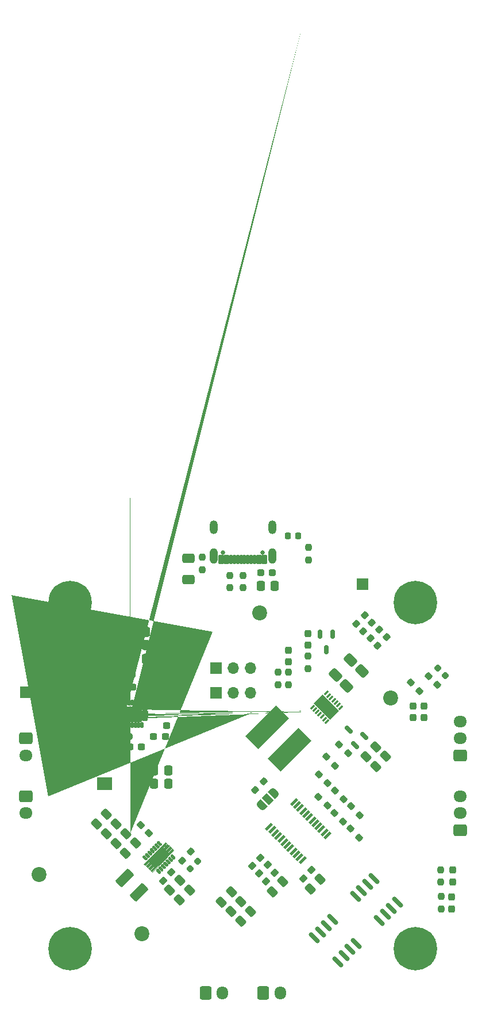
<source format=gbr>
%TF.GenerationSoftware,KiCad,Pcbnew,8.0.4*%
%TF.CreationDate,2024-11-01T13:20:14+09:00*%
%TF.ProjectId,Avio-BMS,4176696f-2d42-44d5-932e-6b696361645f,rev?*%
%TF.SameCoordinates,Original*%
%TF.FileFunction,Soldermask,Top*%
%TF.FilePolarity,Negative*%
%FSLAX46Y46*%
G04 Gerber Fmt 4.6, Leading zero omitted, Abs format (unit mm)*
G04 Created by KiCad (PCBNEW 8.0.4) date 2024-11-01 13:20:14*
%MOMM*%
%LPD*%
G01*
G04 APERTURE LIST*
G04 Aperture macros list*
%AMRoundRect*
0 Rectangle with rounded corners*
0 $1 Rounding radius*
0 $2 $3 $4 $5 $6 $7 $8 $9 X,Y pos of 4 corners*
0 Add a 4 corners polygon primitive as box body*
4,1,4,$2,$3,$4,$5,$6,$7,$8,$9,$2,$3,0*
0 Add four circle primitives for the rounded corners*
1,1,$1+$1,$2,$3*
1,1,$1+$1,$4,$5*
1,1,$1+$1,$6,$7*
1,1,$1+$1,$8,$9*
0 Add four rect primitives between the rounded corners*
20,1,$1+$1,$2,$3,$4,$5,0*
20,1,$1+$1,$4,$5,$6,$7,0*
20,1,$1+$1,$6,$7,$8,$9,0*
20,1,$1+$1,$8,$9,$2,$3,0*%
%AMRotRect*
0 Rectangle, with rotation*
0 The origin of the aperture is its center*
0 $1 length*
0 $2 width*
0 $3 Rotation angle, in degrees counterclockwise*
0 Add horizontal line*
21,1,$1,$2,0,0,$3*%
%AMFreePoly0*
4,1,505,-0.203634,2.555678,-0.202053,2.555421,-0.199231,2.554726,-0.198634,2.554678,-0.197053,2.554421,-0.194231,2.553726,-0.193634,2.553678,-0.192053,2.553421,-0.176164,2.549509,-0.173164,2.548509,-0.166423,2.545994,-0.165768,2.545723,-0.159148,2.542704,-0.157464,2.541862,-0.157608,2.541572,-0.146835,2.536534,-0.144880,2.535327,-0.140541,2.531895,-0.136165,2.529249,-0.134865,2.528313,
-0.133109,2.526820,-0.132165,2.526249,-0.130865,2.525313,-0.118339,2.514661,-0.110339,2.506661,-0.099687,2.494135,-0.098751,2.492835,-0.098179,2.491890,-0.096687,2.490135,-0.095751,2.488835,-0.093104,2.484458,-0.089673,2.480120,-0.088466,2.478165,-0.083427,2.467391,-0.083138,2.467536,-0.082296,2.465852,-0.079277,2.459232,-0.079006,2.458577,-0.076491,2.451836,-0.075491,2.448836,
-0.071579,2.432947,-0.071322,2.431366,-0.071273,2.430768,-0.070579,2.427947,-0.070322,2.426366,-0.070273,2.425768,-0.069579,2.422947,-0.069322,2.421366,-0.068000,2.405000,-0.068000,2.032000,0.068000,2.032000,0.068000,2.405000,0.069322,2.421366,0.069579,2.422947,0.070273,2.425768,0.070322,2.426366,0.070579,2.427947,0.071273,2.430768,0.071322,2.431366,0.071579,2.432947,
0.075491,2.448836,0.076491,2.451836,0.079006,2.458577,0.079277,2.459232,0.082296,2.465852,0.083138,2.467536,0.083427,2.467391,0.088466,2.478165,0.089673,2.480120,0.093104,2.484458,0.095751,2.488835,0.096687,2.490135,0.098179,2.491890,0.098751,2.492835,0.099687,2.494135,0.110339,2.506661,0.118339,2.514661,0.130865,2.525313,0.132165,2.526249,0.133109,2.526820,
0.134865,2.528313,0.136165,2.529249,0.140541,2.531895,0.144880,2.535327,0.146835,2.536534,0.157608,2.541572,0.157464,2.541862,0.159148,2.542704,0.165768,2.545723,0.166423,2.545994,0.173164,2.548509,0.176164,2.549509,0.192053,2.553421,0.193634,2.553678,0.194231,2.553726,0.197053,2.554421,0.198634,2.554678,0.199231,2.554726,0.202053,2.555421,0.203634,2.555678,
0.220000,2.557000,0.330000,2.557000,0.346366,2.555678,0.347947,2.555421,0.350768,2.554726,0.351366,2.554678,0.352947,2.554421,0.355768,2.553726,0.356366,2.553678,0.357947,2.553421,0.373836,2.549509,0.376836,2.548509,0.383577,2.545994,0.384232,2.545723,0.390852,2.542704,0.392536,2.541862,0.392391,2.541572,0.403165,2.536534,0.405120,2.535327,0.409458,2.531895,
0.413835,2.529249,0.415135,2.528313,0.416890,2.526820,0.417835,2.526249,0.419135,2.525313,0.431661,2.514661,0.439661,2.506661,0.450313,2.494135,0.451249,2.492835,0.451820,2.491890,0.453313,2.490135,0.454249,2.488835,0.456895,2.484458,0.460327,2.480120,0.461534,2.478165,0.466572,2.467391,0.466862,2.467536,0.467704,2.465852,0.470723,2.459232,0.470994,2.458577,
0.473509,2.451836,0.474509,2.448836,0.478421,2.432947,0.478678,2.431366,0.478726,2.430768,0.479421,2.427947,0.479678,2.426366,0.479726,2.425768,0.480421,2.422947,0.480678,2.421366,0.482000,2.405000,0.482000,1.632000,0.980000,1.632000,0.996366,1.630678,0.997947,1.630421,1.000768,1.629726,1.001366,1.629678,1.002947,1.629421,1.005768,1.628726,1.006366,1.628678,
1.007947,1.628421,1.013719,1.627000,1.025000,1.627000,1.084954,1.607520,1.122008,1.556520,1.127000,1.525000,1.127000,1.513718,1.128421,1.507947,1.128678,1.506366,1.128726,1.505768,1.129421,1.502947,1.129678,1.501366,1.129726,1.500768,1.130421,1.497947,1.130678,1.496366,1.132000,1.480000,1.132000,-1.480000,1.130678,-1.496366,1.130421,-1.497947,1.129726,-1.500768,
1.129678,-1.501366,1.129421,-1.502947,1.128726,-1.505768,1.128678,-1.506366,1.128421,-1.507947,1.127000,-1.513718,1.127000,-1.525000,1.107520,-1.584954,1.056520,-1.622008,1.025000,-1.627000,1.013719,-1.627000,1.007947,-1.628421,1.006366,-1.628678,1.005768,-1.628726,1.002947,-1.629421,1.001366,-1.629678,1.000768,-1.629726,0.997947,-1.630421,0.996366,-1.630678,0.980000,-1.632000,
0.482000,-1.632000,0.482000,-2.405000,0.480678,-2.421366,0.480421,-2.422947,0.479726,-2.425768,0.479678,-2.426366,0.479421,-2.427947,0.478726,-2.430768,0.478678,-2.431366,0.478421,-2.432947,0.474509,-2.448836,0.473509,-2.451836,0.470994,-2.458577,0.470723,-2.459232,0.467704,-2.465852,0.466862,-2.467536,0.466572,-2.467391,0.461534,-2.478165,0.460327,-2.480120,0.456895,-2.484458,
0.454249,-2.488835,0.453313,-2.490135,0.451820,-2.491890,0.451249,-2.492835,0.450313,-2.494135,0.439661,-2.506661,0.431661,-2.514661,0.419135,-2.525313,0.417835,-2.526249,0.416890,-2.526820,0.415135,-2.528313,0.413835,-2.529249,0.409458,-2.531895,0.405120,-2.535327,0.403165,-2.536534,0.392391,-2.541572,0.392536,-2.541862,0.390852,-2.542704,0.384232,-2.545723,0.383577,-2.545994,
0.376836,-2.548509,0.373836,-2.549509,0.357947,-2.553421,0.356366,-2.553678,0.355768,-2.553726,0.352947,-2.554421,0.351366,-2.554678,0.350768,-2.554726,0.347947,-2.555421,0.346366,-2.555678,0.330000,-2.557000,0.220000,-2.557000,0.203634,-2.555678,0.202053,-2.555421,0.199231,-2.554726,0.198634,-2.554678,0.197053,-2.554421,0.194231,-2.553726,0.193634,-2.553678,0.192053,-2.553421,
0.176164,-2.549509,0.173164,-2.548509,0.166423,-2.545994,0.165768,-2.545723,0.159148,-2.542704,0.157464,-2.541862,0.157608,-2.541572,0.146835,-2.536534,0.144880,-2.535327,0.140541,-2.531895,0.136165,-2.529249,0.134865,-2.528313,0.133109,-2.526820,0.132165,-2.526249,0.130865,-2.525313,0.118339,-2.514661,0.110339,-2.506661,0.099687,-2.494135,0.098751,-2.492835,0.098179,-2.491890,
0.096687,-2.490135,0.095751,-2.488835,0.093104,-2.484458,0.089673,-2.480120,0.088466,-2.478165,0.083427,-2.467391,0.083138,-2.467536,0.082296,-2.465852,0.079277,-2.459232,0.079006,-2.458577,0.076491,-2.451836,0.075491,-2.448836,0.071579,-2.432947,0.071322,-2.431366,0.071273,-2.430768,0.070579,-2.427947,0.070322,-2.426366,0.070273,-2.425768,0.069579,-2.422947,0.069322,-2.421366,
0.068000,-2.405000,0.068000,-2.032000,-0.068000,-2.032000,-0.068000,-2.405000,-0.069322,-2.421366,-0.069579,-2.422947,-0.070273,-2.425768,-0.070322,-2.426366,-0.070579,-2.427947,-0.071273,-2.430768,-0.071322,-2.431366,-0.071579,-2.432947,-0.075491,-2.448836,-0.076491,-2.451836,-0.079006,-2.458577,-0.079277,-2.459232,-0.082296,-2.465852,-0.083138,-2.467536,-0.083427,-2.467391,-0.088466,-2.478165,
-0.089673,-2.480120,-0.093104,-2.484458,-0.095751,-2.488835,-0.096687,-2.490135,-0.098179,-2.491890,-0.098751,-2.492835,-0.099687,-2.494135,-0.110339,-2.506661,-0.118339,-2.514661,-0.130865,-2.525313,-0.132165,-2.526249,-0.133109,-2.526820,-0.134865,-2.528313,-0.136165,-2.529249,-0.140541,-2.531895,-0.144880,-2.535327,-0.146835,-2.536534,-0.157608,-2.541572,-0.157464,-2.541862,-0.159148,-2.542704,
-0.165768,-2.545723,-0.166423,-2.545994,-0.173164,-2.548509,-0.176164,-2.549509,-0.192053,-2.553421,-0.193634,-2.553678,-0.194231,-2.553726,-0.197053,-2.554421,-0.198634,-2.554678,-0.199231,-2.554726,-0.202053,-2.555421,-0.203634,-2.555678,-0.220000,-2.557000,-0.330000,-2.557000,-0.346366,-2.555678,-0.347947,-2.555421,-0.350768,-2.554726,-0.351366,-2.554678,-0.352947,-2.554421,-0.355768,-2.553726,
-0.356366,-2.553678,-0.357947,-2.553421,-0.373836,-2.549509,-0.376836,-2.548509,-0.383577,-2.545994,-0.384232,-2.545723,-0.390852,-2.542704,-0.392536,-2.541862,-0.392391,-2.541572,-0.403165,-2.536534,-0.405120,-2.535327,-0.409458,-2.531895,-0.413835,-2.529249,-0.415135,-2.528313,-0.416890,-2.526820,-0.417835,-2.526249,-0.419135,-2.525313,-0.431661,-2.514661,-0.439661,-2.506661,-0.450313,-2.494135,
-0.451249,-2.492835,-0.451820,-2.491890,-0.453313,-2.490135,-0.454249,-2.488835,-0.456895,-2.484458,-0.460327,-2.480120,-0.461534,-2.478165,-0.466572,-2.467391,-0.466862,-2.467536,-0.467704,-2.465852,-0.470723,-2.459232,-0.470994,-2.458577,-0.473509,-2.451836,-0.474509,-2.448836,-0.478421,-2.432947,-0.478678,-2.431366,-0.478726,-2.430768,-0.479421,-2.427947,-0.479678,-2.426366,-0.479726,-2.425768,
-0.480421,-2.422947,-0.480678,-2.421366,-0.482000,-2.405000,-0.482000,-1.632000,-0.980000,-1.632000,-0.996366,-1.630678,-0.997947,-1.630421,-1.000768,-1.629726,-1.001366,-1.629678,-1.002947,-1.629421,-1.005768,-1.628726,-1.006366,-1.628678,-1.007947,-1.628421,-1.013719,-1.627000,-1.025000,-1.627000,-1.084954,-1.607520,-1.122008,-1.556520,-1.127000,-1.525000,-1.127000,-1.513718,-1.128421,-1.507947,
-1.128678,-1.506366,-1.128726,-1.505768,-1.129421,-1.502947,-1.129678,-1.501366,-1.129726,-1.500768,-1.130421,-1.497947,-1.130678,-1.496366,-1.132000,-1.480000,-1.132000,1.480000,-1.130678,1.496366,-1.130421,1.497947,-1.129726,1.500768,-1.129678,1.501366,-1.129421,1.502947,-1.128726,1.505768,-1.128678,1.506366,-1.128421,1.507947,-1.127000,1.513718,-1.127000,1.525000,-1.107520,1.584954,
-1.056520,1.622008,-1.025000,1.627000,-1.013719,1.627000,-1.007947,1.628421,-1.006366,1.628678,-1.005768,1.628726,-1.002947,1.629421,-1.001366,1.629678,-1.000768,1.629726,-0.997947,1.630421,-0.996366,1.630678,-0.980000,1.632000,-0.482000,1.632000,-0.482000,2.405000,-0.480678,2.421366,-0.480421,2.422947,-0.479726,2.425768,-0.479678,2.426366,-0.479421,2.427947,-0.478726,2.430768,
-0.478678,2.431366,-0.478421,2.432947,-0.474509,2.448836,-0.473509,2.451836,-0.470994,2.458577,-0.470723,2.459232,-0.467704,2.465852,-0.466862,2.467536,-0.466572,2.467391,-0.461534,2.478165,-0.460327,2.480120,-0.456895,2.484458,-0.454249,2.488835,-0.453313,2.490135,-0.451820,2.491890,-0.451249,2.492835,-0.450313,2.494135,-0.439661,2.506661,-0.431661,2.514661,-0.419135,2.525313,
-0.417835,2.526249,-0.416890,2.526820,-0.415135,2.528313,-0.413835,2.529249,-0.409458,2.531895,-0.405120,2.535327,-0.403165,2.536534,-0.392391,2.541572,-0.392536,2.541862,-0.390852,2.542704,-0.384232,2.545723,-0.383577,2.545994,-0.376836,2.548509,-0.373836,2.549509,-0.357947,2.553421,-0.356366,2.553678,-0.355768,2.553726,-0.352947,2.554421,-0.351366,2.554678,-0.350768,2.554726,
-0.347947,2.555421,-0.346366,2.555678,-0.330000,2.557000,-0.220000,2.557000,-0.203634,2.555678,-0.203634,2.555678,$1*%
%AMFreePoly1*
4,1,19,0.550000,-0.750000,0.000000,-0.750000,0.000000,-0.744912,-0.071157,-0.744911,-0.207708,-0.704816,-0.327430,-0.627875,-0.420627,-0.520320,-0.479746,-0.390866,-0.500000,-0.250000,-0.500000,0.250000,-0.479746,0.390866,-0.420627,0.520320,-0.327430,0.627875,-0.207708,0.704816,-0.071157,0.744911,0.000000,0.744912,0.000000,0.750000,0.550000,0.750000,0.550000,-0.750000,0.550000,-0.750000,
$1*%
%AMFreePoly2*
4,1,19,0.000000,0.744912,0.071157,0.744911,0.207708,0.704816,0.327430,0.627875,0.420627,0.520320,0.479746,0.390866,0.500000,0.250000,0.500000,-0.250000,0.479746,-0.390866,0.420627,-0.520320,0.327430,-0.627875,0.207708,-0.704816,0.071157,-0.744911,0.000000,-0.744912,0.000000,-0.750000,-0.550000,-0.750000,-0.550000,0.750000,0.000000,0.750000,0.000000,0.744912,0.000000,0.744912,
$1*%
G04 Aperture macros list end*
%ADD10C,0.010000*%
%ADD11RoundRect,0.237500X-0.300000X-0.237500X0.300000X-0.237500X0.300000X0.237500X-0.300000X0.237500X0*%
%ADD12RoundRect,0.250000X-0.097227X0.574524X-0.574524X0.097227X0.097227X-0.574524X0.574524X-0.097227X0*%
%ADD13R,1.700000X1.700000*%
%ADD14O,1.700000X1.700000*%
%ADD15RoundRect,0.237500X-0.237500X0.287500X-0.237500X-0.287500X0.237500X-0.287500X0.237500X0.287500X0*%
%ADD16RoundRect,0.237500X-0.044194X-0.380070X0.380070X0.044194X0.044194X0.380070X-0.380070X-0.044194X0*%
%ADD17RoundRect,0.250001X1.087175X0.433103X0.433103X1.087175X-1.087175X-0.433103X-0.433103X-1.087175X0*%
%ADD18RoundRect,0.250000X-0.337500X-0.475000X0.337500X-0.475000X0.337500X0.475000X-0.337500X0.475000X0*%
%ADD19RoundRect,0.218750X0.335876X0.026517X0.026517X0.335876X-0.335876X-0.026517X-0.026517X-0.335876X0*%
%ADD20RoundRect,0.237500X-0.287500X-0.237500X0.287500X-0.237500X0.287500X0.237500X-0.287500X0.237500X0*%
%ADD21RoundRect,0.250000X-0.650000X0.412500X-0.650000X-0.412500X0.650000X-0.412500X0.650000X0.412500X0*%
%ADD22RoundRect,0.237500X0.344715X-0.008839X-0.008839X0.344715X-0.344715X0.008839X0.008839X-0.344715X0*%
%ADD23RoundRect,0.218750X-0.026517X0.335876X-0.335876X0.026517X0.026517X-0.335876X0.335876X-0.026517X0*%
%ADD24RoundRect,0.237500X0.008839X0.344715X-0.344715X-0.008839X-0.008839X-0.344715X0.344715X0.008839X0*%
%ADD25RotRect,0.812800X0.254000X45.000000*%
%ADD26RotRect,1.803400X3.403600X45.000000*%
%ADD27RoundRect,0.237500X0.237500X-0.250000X0.237500X0.250000X-0.237500X0.250000X-0.237500X-0.250000X0*%
%ADD28RoundRect,0.237500X0.250000X0.237500X-0.250000X0.237500X-0.250000X-0.237500X0.250000X-0.237500X0*%
%ADD29RoundRect,0.237500X-0.344715X0.008839X0.008839X-0.344715X0.344715X-0.008839X-0.008839X0.344715X0*%
%ADD30C,0.504000*%
%ADD31C,2.200000*%
%ADD32RoundRect,0.250000X0.097227X-0.574524X0.574524X-0.097227X-0.097227X0.574524X-0.574524X0.097227X0*%
%ADD33RoundRect,0.237500X-0.237500X0.250000X-0.237500X-0.250000X0.237500X-0.250000X0.237500X0.250000X0*%
%ADD34RoundRect,0.218750X-0.218750X-0.256250X0.218750X-0.256250X0.218750X0.256250X-0.218750X0.256250X0*%
%ADD35RoundRect,0.250000X-0.725000X0.600000X-0.725000X-0.600000X0.725000X-0.600000X0.725000X0.600000X0*%
%ADD36O,1.950000X1.700000*%
%ADD37RoundRect,0.237500X0.237500X-0.300000X0.237500X0.300000X-0.237500X0.300000X-0.237500X-0.300000X0*%
%ADD38RoundRect,0.237500X-0.008839X-0.344715X0.344715X0.008839X0.008839X0.344715X-0.344715X-0.008839X0*%
%ADD39RoundRect,0.150000X-0.150000X0.512500X-0.150000X-0.512500X0.150000X-0.512500X0.150000X0.512500X0*%
%ADD40C,0.650000*%
%ADD41RoundRect,0.102000X0.300000X0.575000X-0.300000X0.575000X-0.300000X-0.575000X0.300000X-0.575000X0*%
%ADD42RoundRect,0.102000X0.150000X0.575000X-0.150000X0.575000X-0.150000X-0.575000X0.150000X-0.575000X0*%
%ADD43O,1.204000X2.004000*%
%ADD44O,1.204000X2.304000*%
%ADD45RotRect,2.750000X6.400000X315.000000*%
%ADD46RoundRect,0.250000X0.167938X-0.751301X0.751301X-0.167938X-0.167938X0.751301X-0.751301X0.167938X0*%
%ADD47RoundRect,0.237500X-0.237500X0.300000X-0.237500X-0.300000X0.237500X-0.300000X0.237500X0.300000X0*%
%ADD48C,0.800000*%
%ADD49C,6.400000*%
%ADD50RotRect,1.200000X0.400000X225.000000*%
%ADD51RoundRect,0.237500X0.300000X0.237500X-0.300000X0.237500X-0.300000X-0.237500X0.300000X-0.237500X0*%
%ADD52RoundRect,0.237500X0.380070X-0.044194X-0.044194X0.380070X-0.380070X0.044194X0.044194X-0.380070X0*%
%ADD53R,2.286000X1.854500*%
%ADD54RoundRect,0.093240X0.308760X-0.128760X0.308760X0.128760X-0.308760X0.128760X-0.308760X-0.128760X0*%
%ADD55RoundRect,0.093240X0.128760X-0.308760X0.128760X0.308760X-0.128760X0.308760X-0.128760X-0.308760X0*%
%ADD56FreePoly0,90.000000*%
%ADD57RoundRect,0.237500X0.044194X0.380070X-0.380070X-0.044194X-0.044194X-0.380070X0.380070X0.044194X0*%
%ADD58RoundRect,0.150000X-0.689429X0.477297X0.477297X-0.689429X0.689429X-0.477297X-0.477297X0.689429X0*%
%ADD59RoundRect,0.250000X-0.600000X-0.725000X0.600000X-0.725000X0.600000X0.725000X-0.600000X0.725000X0*%
%ADD60O,1.700000X1.950000*%
%ADD61RoundRect,0.250000X0.725000X-0.600000X0.725000X0.600000X-0.725000X0.600000X-0.725000X-0.600000X0*%
%ADD62RoundRect,0.150000X0.468458X-0.256326X-0.256326X0.468458X-0.468458X0.256326X0.256326X-0.468458X0*%
%ADD63FreePoly1,225.000000*%
%ADD64RotRect,1.000000X1.500000X225.000000*%
%ADD65FreePoly2,225.000000*%
G04 APERTURE END LIST*
D10*
%TO.C,U3*%
X146185033Y-95809498D02*
X145637025Y-96357506D01*
X145721878Y-96442359D01*
X146269886Y-95894351D01*
X146510302Y-96134767D01*
X145962294Y-96682775D01*
X146047147Y-96767628D01*
X146595155Y-96219620D01*
X146835571Y-96460036D01*
X146287563Y-97008044D01*
X146372416Y-97092897D01*
X146920424Y-96544889D01*
X147160840Y-96785305D01*
X143950575Y-99995570D01*
X143710159Y-99755154D01*
X144258167Y-99207146D01*
X144173314Y-99122293D01*
X143625306Y-99670301D01*
X143384890Y-99429885D01*
X143932898Y-98881877D01*
X143848045Y-98797024D01*
X143300037Y-99345032D01*
X143059621Y-99104616D01*
X143607629Y-98556608D01*
X143522776Y-98471755D01*
X142974768Y-99019763D01*
X142734352Y-98779347D01*
X145944617Y-95569082D01*
X146185033Y-95809498D01*
G36*
X146185033Y-95809498D02*
G01*
X145637025Y-96357506D01*
X145721878Y-96442359D01*
X146269886Y-95894351D01*
X146510302Y-96134767D01*
X145962294Y-96682775D01*
X146047147Y-96767628D01*
X146595155Y-96219620D01*
X146835571Y-96460036D01*
X146287563Y-97008044D01*
X146372416Y-97092897D01*
X146920424Y-96544889D01*
X147160840Y-96785305D01*
X143950575Y-99995570D01*
X143710159Y-99755154D01*
X144258167Y-99207146D01*
X144173314Y-99122293D01*
X143625306Y-99670301D01*
X143384890Y-99429885D01*
X143932898Y-98881877D01*
X143848045Y-98797024D01*
X143300037Y-99345032D01*
X143059621Y-99104616D01*
X143607629Y-98556608D01*
X143522776Y-98471755D01*
X142974768Y-99019763D01*
X142734352Y-98779347D01*
X145944617Y-95569082D01*
X146185033Y-95809498D01*
G37*
X142799406Y-97537667D02*
X142809305Y-97540495D01*
X142819205Y-97541910D01*
X142828397Y-97545445D01*
X142838296Y-97548274D01*
X142846782Y-97552516D01*
X142855974Y-97556052D01*
X142865167Y-97561002D01*
X142872945Y-97565951D01*
X142881430Y-97571608D01*
X142889208Y-97577972D01*
X142896986Y-97584336D01*
X142904057Y-97591407D01*
X143158616Y-97845966D01*
X143165687Y-97853037D01*
X143172051Y-97860815D01*
X143178415Y-97868593D01*
X143184072Y-97877078D01*
X143189021Y-97884856D01*
X143193971Y-97894049D01*
X143197507Y-97903241D01*
X143201749Y-97911727D01*
X143204578Y-97921626D01*
X143208113Y-97930818D01*
X143209528Y-97940718D01*
X143212356Y-97950617D01*
X143213770Y-97960517D01*
X143213770Y-97970416D01*
X143213770Y-97980316D01*
X143213770Y-97990215D01*
X143213770Y-98000115D01*
X143212356Y-98010014D01*
X143209528Y-98019914D01*
X143208113Y-98029813D01*
X143204578Y-98039006D01*
X143201749Y-98048905D01*
X143197507Y-98057391D01*
X143193971Y-98066583D01*
X143189021Y-98075775D01*
X143184072Y-98083553D01*
X143178415Y-98092039D01*
X143172051Y-98099817D01*
X143165687Y-98107595D01*
X143158616Y-98114666D01*
X143151545Y-98121737D01*
X143143767Y-98128101D01*
X143135988Y-98134465D01*
X143127503Y-98140122D01*
X143119725Y-98145072D01*
X143110533Y-98150022D01*
X143101340Y-98153557D01*
X143092855Y-98157800D01*
X143082955Y-98160628D01*
X143073763Y-98164164D01*
X143063864Y-98165578D01*
X143053964Y-98168406D01*
X143044065Y-98169821D01*
X143034165Y-98169821D01*
X143024266Y-98169821D01*
X143014366Y-98169821D01*
X143004467Y-98169821D01*
X142994567Y-98168406D01*
X142984668Y-98165578D01*
X142974768Y-98164164D01*
X142965576Y-98160628D01*
X142955676Y-98157800D01*
X142947191Y-98153557D01*
X142937999Y-98150022D01*
X142928806Y-98145072D01*
X142921028Y-98140122D01*
X142912543Y-98134465D01*
X142904765Y-98128101D01*
X142896986Y-98121737D01*
X142889915Y-98114666D01*
X142635357Y-97860108D01*
X142628286Y-97853037D01*
X142621922Y-97845259D01*
X142615558Y-97837480D01*
X142609901Y-97828995D01*
X142604951Y-97821217D01*
X142600001Y-97812024D01*
X142596466Y-97802832D01*
X142592223Y-97794347D01*
X142589395Y-97784447D01*
X142585859Y-97775255D01*
X142584445Y-97765355D01*
X142581617Y-97755456D01*
X142580202Y-97745556D01*
X142580202Y-97735657D01*
X142580202Y-97725757D01*
X142580202Y-97715858D01*
X142580202Y-97705958D01*
X142581617Y-97696059D01*
X142584445Y-97686159D01*
X142585859Y-97676260D01*
X142589395Y-97667068D01*
X142592223Y-97657168D01*
X142596466Y-97648683D01*
X142600001Y-97639490D01*
X142604951Y-97630298D01*
X142609901Y-97622520D01*
X142615558Y-97614035D01*
X142621922Y-97606256D01*
X142628286Y-97598478D01*
X142635357Y-97591407D01*
X142642428Y-97584336D01*
X142650206Y-97577972D01*
X142657984Y-97571608D01*
X142666470Y-97565951D01*
X142674248Y-97561002D01*
X142683440Y-97556052D01*
X142692632Y-97552516D01*
X142701118Y-97548274D01*
X142711017Y-97545445D01*
X142720210Y-97541910D01*
X142730109Y-97540495D01*
X142740009Y-97537667D01*
X142749908Y-97536253D01*
X142759808Y-97536253D01*
X142769707Y-97536253D01*
X142779607Y-97536253D01*
X142789506Y-97536253D01*
X142799406Y-97537667D01*
G36*
X142799406Y-97537667D02*
G01*
X142809305Y-97540495D01*
X142819205Y-97541910D01*
X142828397Y-97545445D01*
X142838296Y-97548274D01*
X142846782Y-97552516D01*
X142855974Y-97556052D01*
X142865167Y-97561002D01*
X142872945Y-97565951D01*
X142881430Y-97571608D01*
X142889208Y-97577972D01*
X142896986Y-97584336D01*
X142904057Y-97591407D01*
X143158616Y-97845966D01*
X143165687Y-97853037D01*
X143172051Y-97860815D01*
X143178415Y-97868593D01*
X143184072Y-97877078D01*
X143189021Y-97884856D01*
X143193971Y-97894049D01*
X143197507Y-97903241D01*
X143201749Y-97911727D01*
X143204578Y-97921626D01*
X143208113Y-97930818D01*
X143209528Y-97940718D01*
X143212356Y-97950617D01*
X143213770Y-97960517D01*
X143213770Y-97970416D01*
X143213770Y-97980316D01*
X143213770Y-97990215D01*
X143213770Y-98000115D01*
X143212356Y-98010014D01*
X143209528Y-98019914D01*
X143208113Y-98029813D01*
X143204578Y-98039006D01*
X143201749Y-98048905D01*
X143197507Y-98057391D01*
X143193971Y-98066583D01*
X143189021Y-98075775D01*
X143184072Y-98083553D01*
X143178415Y-98092039D01*
X143172051Y-98099817D01*
X143165687Y-98107595D01*
X143158616Y-98114666D01*
X143151545Y-98121737D01*
X143143767Y-98128101D01*
X143135988Y-98134465D01*
X143127503Y-98140122D01*
X143119725Y-98145072D01*
X143110533Y-98150022D01*
X143101340Y-98153557D01*
X143092855Y-98157800D01*
X143082955Y-98160628D01*
X143073763Y-98164164D01*
X143063864Y-98165578D01*
X143053964Y-98168406D01*
X143044065Y-98169821D01*
X143034165Y-98169821D01*
X143024266Y-98169821D01*
X143014366Y-98169821D01*
X143004467Y-98169821D01*
X142994567Y-98168406D01*
X142984668Y-98165578D01*
X142974768Y-98164164D01*
X142965576Y-98160628D01*
X142955676Y-98157800D01*
X142947191Y-98153557D01*
X142937999Y-98150022D01*
X142928806Y-98145072D01*
X142921028Y-98140122D01*
X142912543Y-98134465D01*
X142904765Y-98128101D01*
X142896986Y-98121737D01*
X142889915Y-98114666D01*
X142635357Y-97860108D01*
X142628286Y-97853037D01*
X142621922Y-97845259D01*
X142615558Y-97837480D01*
X142609901Y-97828995D01*
X142604951Y-97821217D01*
X142600001Y-97812024D01*
X142596466Y-97802832D01*
X142592223Y-97794347D01*
X142589395Y-97784447D01*
X142585859Y-97775255D01*
X142584445Y-97765355D01*
X142581617Y-97755456D01*
X142580202Y-97745556D01*
X142580202Y-97735657D01*
X142580202Y-97725757D01*
X142580202Y-97715858D01*
X142580202Y-97705958D01*
X142581617Y-97696059D01*
X142584445Y-97686159D01*
X142585859Y-97676260D01*
X142589395Y-97667068D01*
X142592223Y-97657168D01*
X142596466Y-97648683D01*
X142600001Y-97639490D01*
X142604951Y-97630298D01*
X142609901Y-97622520D01*
X142615558Y-97614035D01*
X142621922Y-97606256D01*
X142628286Y-97598478D01*
X142635357Y-97591407D01*
X142642428Y-97584336D01*
X142650206Y-97577972D01*
X142657984Y-97571608D01*
X142666470Y-97565951D01*
X142674248Y-97561002D01*
X142683440Y-97556052D01*
X142692632Y-97552516D01*
X142701118Y-97548274D01*
X142711017Y-97545445D01*
X142720210Y-97541910D01*
X142730109Y-97540495D01*
X142740009Y-97537667D01*
X142749908Y-97536253D01*
X142759808Y-97536253D01*
X142769707Y-97536253D01*
X142779607Y-97536253D01*
X142789506Y-97536253D01*
X142799406Y-97537667D01*
G37*
X143152959Y-97184114D02*
X143162858Y-97186942D01*
X143172758Y-97188356D01*
X143181950Y-97191892D01*
X143191850Y-97194720D01*
X143200335Y-97198963D01*
X143209528Y-97202498D01*
X143218720Y-97207448D01*
X143226498Y-97212398D01*
X143234983Y-97218055D01*
X143242762Y-97224419D01*
X143250540Y-97230783D01*
X143257611Y-97237854D01*
X143512169Y-97492412D01*
X143519240Y-97499483D01*
X143525604Y-97507261D01*
X143531968Y-97515040D01*
X143537625Y-97523525D01*
X143542575Y-97531303D01*
X143547525Y-97540495D01*
X143551060Y-97549688D01*
X143555303Y-97558173D01*
X143558131Y-97568073D01*
X143561667Y-97577265D01*
X143563081Y-97587165D01*
X143565909Y-97597064D01*
X143567324Y-97606964D01*
X143567324Y-97616863D01*
X143567324Y-97626763D01*
X143567324Y-97636662D01*
X143567324Y-97646561D01*
X143565909Y-97656461D01*
X143563081Y-97666360D01*
X143561667Y-97676260D01*
X143558131Y-97685452D01*
X143555303Y-97695352D01*
X143551060Y-97703837D01*
X143547525Y-97713030D01*
X143542575Y-97722222D01*
X143537625Y-97730000D01*
X143531968Y-97738485D01*
X143525604Y-97746264D01*
X143519240Y-97754042D01*
X143512169Y-97761113D01*
X143505098Y-97768184D01*
X143497320Y-97774548D01*
X143489542Y-97780912D01*
X143481057Y-97786569D01*
X143473278Y-97791518D01*
X143464086Y-97796468D01*
X143454894Y-97800004D01*
X143446408Y-97804246D01*
X143436509Y-97807075D01*
X143427316Y-97810610D01*
X143417417Y-97812024D01*
X143407517Y-97814853D01*
X143397618Y-97816267D01*
X143387718Y-97816267D01*
X143377819Y-97816267D01*
X143367919Y-97816267D01*
X143358020Y-97816267D01*
X143348120Y-97814853D01*
X143338221Y-97812024D01*
X143328321Y-97810610D01*
X143319129Y-97807075D01*
X143309230Y-97804246D01*
X143300744Y-97800004D01*
X143291552Y-97796468D01*
X143282360Y-97791518D01*
X143274581Y-97786569D01*
X143266096Y-97780912D01*
X143258318Y-97774548D01*
X143250540Y-97768184D01*
X143243469Y-97761113D01*
X142988910Y-97506554D01*
X142981839Y-97499483D01*
X142975475Y-97491705D01*
X142969111Y-97483927D01*
X142963454Y-97475442D01*
X142958505Y-97467663D01*
X142953555Y-97458471D01*
X142950019Y-97449279D01*
X142945777Y-97440793D01*
X142942948Y-97430894D01*
X142939413Y-97421702D01*
X142937999Y-97411802D01*
X142935170Y-97401903D01*
X142933756Y-97392003D01*
X142933756Y-97382104D01*
X142933756Y-97372204D01*
X142933756Y-97362305D01*
X142933756Y-97352405D01*
X142935170Y-97342506D01*
X142937999Y-97332606D01*
X142939413Y-97322707D01*
X142942948Y-97313514D01*
X142945777Y-97303615D01*
X142950019Y-97295129D01*
X142953555Y-97285937D01*
X142958505Y-97276745D01*
X142963454Y-97268966D01*
X142969111Y-97260481D01*
X142975475Y-97252703D01*
X142981839Y-97244925D01*
X142988910Y-97237854D01*
X142995981Y-97230783D01*
X143003759Y-97224419D01*
X143011538Y-97218055D01*
X143020023Y-97212398D01*
X143027801Y-97207448D01*
X143036993Y-97202498D01*
X143046186Y-97198963D01*
X143054671Y-97194720D01*
X143064571Y-97191892D01*
X143073763Y-97188356D01*
X143083663Y-97186942D01*
X143093562Y-97184114D01*
X143103462Y-97182699D01*
X143113361Y-97182699D01*
X143123261Y-97182699D01*
X143133160Y-97182699D01*
X143143059Y-97182699D01*
X143152959Y-97184114D01*
G36*
X143152959Y-97184114D02*
G01*
X143162858Y-97186942D01*
X143172758Y-97188356D01*
X143181950Y-97191892D01*
X143191850Y-97194720D01*
X143200335Y-97198963D01*
X143209528Y-97202498D01*
X143218720Y-97207448D01*
X143226498Y-97212398D01*
X143234983Y-97218055D01*
X143242762Y-97224419D01*
X143250540Y-97230783D01*
X143257611Y-97237854D01*
X143512169Y-97492412D01*
X143519240Y-97499483D01*
X143525604Y-97507261D01*
X143531968Y-97515040D01*
X143537625Y-97523525D01*
X143542575Y-97531303D01*
X143547525Y-97540495D01*
X143551060Y-97549688D01*
X143555303Y-97558173D01*
X143558131Y-97568073D01*
X143561667Y-97577265D01*
X143563081Y-97587165D01*
X143565909Y-97597064D01*
X143567324Y-97606964D01*
X143567324Y-97616863D01*
X143567324Y-97626763D01*
X143567324Y-97636662D01*
X143567324Y-97646561D01*
X143565909Y-97656461D01*
X143563081Y-97666360D01*
X143561667Y-97676260D01*
X143558131Y-97685452D01*
X143555303Y-97695352D01*
X143551060Y-97703837D01*
X143547525Y-97713030D01*
X143542575Y-97722222D01*
X143537625Y-97730000D01*
X143531968Y-97738485D01*
X143525604Y-97746264D01*
X143519240Y-97754042D01*
X143512169Y-97761113D01*
X143505098Y-97768184D01*
X143497320Y-97774548D01*
X143489542Y-97780912D01*
X143481057Y-97786569D01*
X143473278Y-97791518D01*
X143464086Y-97796468D01*
X143454894Y-97800004D01*
X143446408Y-97804246D01*
X143436509Y-97807075D01*
X143427316Y-97810610D01*
X143417417Y-97812024D01*
X143407517Y-97814853D01*
X143397618Y-97816267D01*
X143387718Y-97816267D01*
X143377819Y-97816267D01*
X143367919Y-97816267D01*
X143358020Y-97816267D01*
X143348120Y-97814853D01*
X143338221Y-97812024D01*
X143328321Y-97810610D01*
X143319129Y-97807075D01*
X143309230Y-97804246D01*
X143300744Y-97800004D01*
X143291552Y-97796468D01*
X143282360Y-97791518D01*
X143274581Y-97786569D01*
X143266096Y-97780912D01*
X143258318Y-97774548D01*
X143250540Y-97768184D01*
X143243469Y-97761113D01*
X142988910Y-97506554D01*
X142981839Y-97499483D01*
X142975475Y-97491705D01*
X142969111Y-97483927D01*
X142963454Y-97475442D01*
X142958505Y-97467663D01*
X142953555Y-97458471D01*
X142950019Y-97449279D01*
X142945777Y-97440793D01*
X142942948Y-97430894D01*
X142939413Y-97421702D01*
X142937999Y-97411802D01*
X142935170Y-97401903D01*
X142933756Y-97392003D01*
X142933756Y-97382104D01*
X142933756Y-97372204D01*
X142933756Y-97362305D01*
X142933756Y-97352405D01*
X142935170Y-97342506D01*
X142937999Y-97332606D01*
X142939413Y-97322707D01*
X142942948Y-97313514D01*
X142945777Y-97303615D01*
X142950019Y-97295129D01*
X142953555Y-97285937D01*
X142958505Y-97276745D01*
X142963454Y-97268966D01*
X142969111Y-97260481D01*
X142975475Y-97252703D01*
X142981839Y-97244925D01*
X142988910Y-97237854D01*
X142995981Y-97230783D01*
X143003759Y-97224419D01*
X143011538Y-97218055D01*
X143020023Y-97212398D01*
X143027801Y-97207448D01*
X143036993Y-97202498D01*
X143046186Y-97198963D01*
X143054671Y-97194720D01*
X143064571Y-97191892D01*
X143073763Y-97188356D01*
X143083663Y-97186942D01*
X143093562Y-97184114D01*
X143103462Y-97182699D01*
X143113361Y-97182699D01*
X143123261Y-97182699D01*
X143133160Y-97182699D01*
X143143059Y-97182699D01*
X143152959Y-97184114D01*
G37*
X143506512Y-96830560D02*
X143516412Y-96833389D01*
X143526311Y-96834803D01*
X143535504Y-96838338D01*
X143545403Y-96841167D01*
X143553889Y-96845410D01*
X143563081Y-96848945D01*
X143572273Y-96853895D01*
X143580051Y-96858845D01*
X143588537Y-96864501D01*
X143596315Y-96870865D01*
X143604093Y-96877229D01*
X143611164Y-96884300D01*
X143865723Y-97138859D01*
X143872794Y-97145930D01*
X143879158Y-97153708D01*
X143885522Y-97161486D01*
X143891178Y-97169972D01*
X143896128Y-97177750D01*
X143901078Y-97186942D01*
X143904613Y-97196134D01*
X143908856Y-97204620D01*
X143911685Y-97214519D01*
X143915220Y-97223712D01*
X143916634Y-97233611D01*
X143919463Y-97243511D01*
X143920877Y-97253410D01*
X143920877Y-97263310D01*
X143920877Y-97273209D01*
X143920877Y-97283109D01*
X143920877Y-97293008D01*
X143919463Y-97302908D01*
X143916634Y-97312807D01*
X143915220Y-97322707D01*
X143911685Y-97331899D01*
X143908856Y-97341798D01*
X143904613Y-97350284D01*
X143901078Y-97359476D01*
X143896128Y-97368669D01*
X143891178Y-97376447D01*
X143885522Y-97384932D01*
X143879158Y-97392710D01*
X143872794Y-97400488D01*
X143865723Y-97407559D01*
X143858652Y-97414630D01*
X143850873Y-97420994D01*
X143843095Y-97427358D01*
X143834610Y-97433015D01*
X143826832Y-97437965D01*
X143817639Y-97442915D01*
X143808447Y-97446450D01*
X143799962Y-97450693D01*
X143790062Y-97453521D01*
X143780870Y-97457057D01*
X143770970Y-97458471D01*
X143761071Y-97461300D01*
X143751171Y-97462714D01*
X143741272Y-97462714D01*
X143731372Y-97462714D01*
X143721473Y-97462714D01*
X143711573Y-97462714D01*
X143701674Y-97461300D01*
X143691774Y-97458471D01*
X143681875Y-97457057D01*
X143672682Y-97453521D01*
X143662783Y-97450693D01*
X143654298Y-97446450D01*
X143645105Y-97442915D01*
X143635913Y-97437965D01*
X143628135Y-97433015D01*
X143619649Y-97427358D01*
X143611871Y-97420994D01*
X143604093Y-97414630D01*
X143597022Y-97407559D01*
X143342464Y-97153001D01*
X143335393Y-97145930D01*
X143329029Y-97138152D01*
X143322665Y-97130374D01*
X143317008Y-97121888D01*
X143312058Y-97114110D01*
X143307108Y-97104918D01*
X143303573Y-97095725D01*
X143299330Y-97087240D01*
X143296502Y-97077341D01*
X143292966Y-97068148D01*
X143291552Y-97058249D01*
X143288723Y-97048349D01*
X143287309Y-97038450D01*
X143287309Y-97028550D01*
X143287309Y-97018651D01*
X143287309Y-97008751D01*
X143287309Y-96998852D01*
X143288723Y-96988952D01*
X143291552Y-96979053D01*
X143292966Y-96969153D01*
X143296502Y-96959961D01*
X143299330Y-96950061D01*
X143303573Y-96941576D01*
X143307108Y-96932384D01*
X143312058Y-96923191D01*
X143317008Y-96915413D01*
X143322665Y-96906928D01*
X143329029Y-96899150D01*
X143335393Y-96891371D01*
X143342464Y-96884300D01*
X143349535Y-96877229D01*
X143357313Y-96870865D01*
X143365091Y-96864501D01*
X143373576Y-96858845D01*
X143381354Y-96853895D01*
X143390547Y-96848945D01*
X143399739Y-96845410D01*
X143408225Y-96841167D01*
X143418124Y-96838338D01*
X143427316Y-96834803D01*
X143437216Y-96833389D01*
X143447115Y-96830560D01*
X143457015Y-96829146D01*
X143466914Y-96829146D01*
X143476814Y-96829146D01*
X143486713Y-96829146D01*
X143496613Y-96829146D01*
X143506512Y-96830560D01*
G36*
X143506512Y-96830560D02*
G01*
X143516412Y-96833389D01*
X143526311Y-96834803D01*
X143535504Y-96838338D01*
X143545403Y-96841167D01*
X143553889Y-96845410D01*
X143563081Y-96848945D01*
X143572273Y-96853895D01*
X143580051Y-96858845D01*
X143588537Y-96864501D01*
X143596315Y-96870865D01*
X143604093Y-96877229D01*
X143611164Y-96884300D01*
X143865723Y-97138859D01*
X143872794Y-97145930D01*
X143879158Y-97153708D01*
X143885522Y-97161486D01*
X143891178Y-97169972D01*
X143896128Y-97177750D01*
X143901078Y-97186942D01*
X143904613Y-97196134D01*
X143908856Y-97204620D01*
X143911685Y-97214519D01*
X143915220Y-97223712D01*
X143916634Y-97233611D01*
X143919463Y-97243511D01*
X143920877Y-97253410D01*
X143920877Y-97263310D01*
X143920877Y-97273209D01*
X143920877Y-97283109D01*
X143920877Y-97293008D01*
X143919463Y-97302908D01*
X143916634Y-97312807D01*
X143915220Y-97322707D01*
X143911685Y-97331899D01*
X143908856Y-97341798D01*
X143904613Y-97350284D01*
X143901078Y-97359476D01*
X143896128Y-97368669D01*
X143891178Y-97376447D01*
X143885522Y-97384932D01*
X143879158Y-97392710D01*
X143872794Y-97400488D01*
X143865723Y-97407559D01*
X143858652Y-97414630D01*
X143850873Y-97420994D01*
X143843095Y-97427358D01*
X143834610Y-97433015D01*
X143826832Y-97437965D01*
X143817639Y-97442915D01*
X143808447Y-97446450D01*
X143799962Y-97450693D01*
X143790062Y-97453521D01*
X143780870Y-97457057D01*
X143770970Y-97458471D01*
X143761071Y-97461300D01*
X143751171Y-97462714D01*
X143741272Y-97462714D01*
X143731372Y-97462714D01*
X143721473Y-97462714D01*
X143711573Y-97462714D01*
X143701674Y-97461300D01*
X143691774Y-97458471D01*
X143681875Y-97457057D01*
X143672682Y-97453521D01*
X143662783Y-97450693D01*
X143654298Y-97446450D01*
X143645105Y-97442915D01*
X143635913Y-97437965D01*
X143628135Y-97433015D01*
X143619649Y-97427358D01*
X143611871Y-97420994D01*
X143604093Y-97414630D01*
X143597022Y-97407559D01*
X143342464Y-97153001D01*
X143335393Y-97145930D01*
X143329029Y-97138152D01*
X143322665Y-97130374D01*
X143317008Y-97121888D01*
X143312058Y-97114110D01*
X143307108Y-97104918D01*
X143303573Y-97095725D01*
X143299330Y-97087240D01*
X143296502Y-97077341D01*
X143292966Y-97068148D01*
X143291552Y-97058249D01*
X143288723Y-97048349D01*
X143287309Y-97038450D01*
X143287309Y-97028550D01*
X143287309Y-97018651D01*
X143287309Y-97008751D01*
X143287309Y-96998852D01*
X143288723Y-96988952D01*
X143291552Y-96979053D01*
X143292966Y-96969153D01*
X143296502Y-96959961D01*
X143299330Y-96950061D01*
X143303573Y-96941576D01*
X143307108Y-96932384D01*
X143312058Y-96923191D01*
X143317008Y-96915413D01*
X143322665Y-96906928D01*
X143329029Y-96899150D01*
X143335393Y-96891371D01*
X143342464Y-96884300D01*
X143349535Y-96877229D01*
X143357313Y-96870865D01*
X143365091Y-96864501D01*
X143373576Y-96858845D01*
X143381354Y-96853895D01*
X143390547Y-96848945D01*
X143399739Y-96845410D01*
X143408225Y-96841167D01*
X143418124Y-96838338D01*
X143427316Y-96834803D01*
X143437216Y-96833389D01*
X143447115Y-96830560D01*
X143457015Y-96829146D01*
X143466914Y-96829146D01*
X143476814Y-96829146D01*
X143486713Y-96829146D01*
X143496613Y-96829146D01*
X143506512Y-96830560D01*
G37*
X143860066Y-96477007D02*
X143869965Y-96479835D01*
X143879865Y-96481250D01*
X143889057Y-96484785D01*
X143898957Y-96487613D01*
X143907442Y-96491856D01*
X143916634Y-96495392D01*
X143925827Y-96500341D01*
X143933605Y-96505291D01*
X143942090Y-96510948D01*
X143949868Y-96517312D01*
X143957647Y-96523676D01*
X143964718Y-96530747D01*
X144219276Y-96785305D01*
X144226347Y-96792377D01*
X144232711Y-96800155D01*
X144239075Y-96807933D01*
X144244732Y-96816418D01*
X144249682Y-96824196D01*
X144254631Y-96833389D01*
X144258167Y-96842581D01*
X144262410Y-96851066D01*
X144265238Y-96860966D01*
X144268773Y-96870158D01*
X144270188Y-96880058D01*
X144273016Y-96889957D01*
X144274430Y-96899857D01*
X144274430Y-96909756D01*
X144274430Y-96919656D01*
X144274430Y-96929555D01*
X144274430Y-96939455D01*
X144273016Y-96949354D01*
X144270188Y-96959254D01*
X144268773Y-96969153D01*
X144265238Y-96978346D01*
X144262410Y-96988245D01*
X144258167Y-96996730D01*
X144254631Y-97005923D01*
X144249682Y-97015115D01*
X144244732Y-97022893D01*
X144239075Y-97031379D01*
X144232711Y-97039157D01*
X144226347Y-97046935D01*
X144219276Y-97054006D01*
X144212205Y-97061077D01*
X144204427Y-97067441D01*
X144196649Y-97073805D01*
X144188163Y-97079462D01*
X144180385Y-97084412D01*
X144171193Y-97089361D01*
X144162000Y-97092897D01*
X144153515Y-97097140D01*
X144143616Y-97099968D01*
X144134423Y-97103503D01*
X144124524Y-97104918D01*
X144114624Y-97107746D01*
X144104725Y-97109160D01*
X144094825Y-97109160D01*
X144084926Y-97109160D01*
X144075026Y-97109160D01*
X144065127Y-97109160D01*
X144055227Y-97107746D01*
X144045328Y-97104918D01*
X144035428Y-97103503D01*
X144026236Y-97099968D01*
X144016336Y-97097140D01*
X144007851Y-97092897D01*
X143998659Y-97089361D01*
X143989466Y-97084412D01*
X143981688Y-97079462D01*
X143973203Y-97073805D01*
X143965425Y-97067441D01*
X143957647Y-97061077D01*
X143950575Y-97054006D01*
X143696017Y-96799448D01*
X143688946Y-96792377D01*
X143682582Y-96784598D01*
X143676218Y-96776820D01*
X143670561Y-96768335D01*
X143665611Y-96760557D01*
X143660662Y-96751364D01*
X143657126Y-96742172D01*
X143652883Y-96733687D01*
X143650055Y-96723787D01*
X143646520Y-96714595D01*
X143645105Y-96704695D01*
X143642277Y-96694796D01*
X143640863Y-96684896D01*
X143640863Y-96674997D01*
X143640863Y-96665097D01*
X143640863Y-96655198D01*
X143640863Y-96645298D01*
X143642277Y-96635399D01*
X143645105Y-96625499D01*
X143646520Y-96615600D01*
X143650055Y-96606407D01*
X143652883Y-96596508D01*
X143657126Y-96588023D01*
X143660662Y-96578830D01*
X143665611Y-96569638D01*
X143670561Y-96561860D01*
X143676218Y-96553374D01*
X143682582Y-96545596D01*
X143688946Y-96537818D01*
X143696017Y-96530747D01*
X143703088Y-96523676D01*
X143710866Y-96517312D01*
X143718644Y-96510948D01*
X143727130Y-96505291D01*
X143734908Y-96500341D01*
X143744100Y-96495392D01*
X143753293Y-96491856D01*
X143761778Y-96487613D01*
X143771677Y-96484785D01*
X143780870Y-96481250D01*
X143790769Y-96479835D01*
X143800669Y-96477007D01*
X143810568Y-96475593D01*
X143820468Y-96475593D01*
X143830367Y-96475593D01*
X143840267Y-96475593D01*
X143850166Y-96475593D01*
X143860066Y-96477007D01*
G36*
X143860066Y-96477007D02*
G01*
X143869965Y-96479835D01*
X143879865Y-96481250D01*
X143889057Y-96484785D01*
X143898957Y-96487613D01*
X143907442Y-96491856D01*
X143916634Y-96495392D01*
X143925827Y-96500341D01*
X143933605Y-96505291D01*
X143942090Y-96510948D01*
X143949868Y-96517312D01*
X143957647Y-96523676D01*
X143964718Y-96530747D01*
X144219276Y-96785305D01*
X144226347Y-96792377D01*
X144232711Y-96800155D01*
X144239075Y-96807933D01*
X144244732Y-96816418D01*
X144249682Y-96824196D01*
X144254631Y-96833389D01*
X144258167Y-96842581D01*
X144262410Y-96851066D01*
X144265238Y-96860966D01*
X144268773Y-96870158D01*
X144270188Y-96880058D01*
X144273016Y-96889957D01*
X144274430Y-96899857D01*
X144274430Y-96909756D01*
X144274430Y-96919656D01*
X144274430Y-96929555D01*
X144274430Y-96939455D01*
X144273016Y-96949354D01*
X144270188Y-96959254D01*
X144268773Y-96969153D01*
X144265238Y-96978346D01*
X144262410Y-96988245D01*
X144258167Y-96996730D01*
X144254631Y-97005923D01*
X144249682Y-97015115D01*
X144244732Y-97022893D01*
X144239075Y-97031379D01*
X144232711Y-97039157D01*
X144226347Y-97046935D01*
X144219276Y-97054006D01*
X144212205Y-97061077D01*
X144204427Y-97067441D01*
X144196649Y-97073805D01*
X144188163Y-97079462D01*
X144180385Y-97084412D01*
X144171193Y-97089361D01*
X144162000Y-97092897D01*
X144153515Y-97097140D01*
X144143616Y-97099968D01*
X144134423Y-97103503D01*
X144124524Y-97104918D01*
X144114624Y-97107746D01*
X144104725Y-97109160D01*
X144094825Y-97109160D01*
X144084926Y-97109160D01*
X144075026Y-97109160D01*
X144065127Y-97109160D01*
X144055227Y-97107746D01*
X144045328Y-97104918D01*
X144035428Y-97103503D01*
X144026236Y-97099968D01*
X144016336Y-97097140D01*
X144007851Y-97092897D01*
X143998659Y-97089361D01*
X143989466Y-97084412D01*
X143981688Y-97079462D01*
X143973203Y-97073805D01*
X143965425Y-97067441D01*
X143957647Y-97061077D01*
X143950575Y-97054006D01*
X143696017Y-96799448D01*
X143688946Y-96792377D01*
X143682582Y-96784598D01*
X143676218Y-96776820D01*
X143670561Y-96768335D01*
X143665611Y-96760557D01*
X143660662Y-96751364D01*
X143657126Y-96742172D01*
X143652883Y-96733687D01*
X143650055Y-96723787D01*
X143646520Y-96714595D01*
X143645105Y-96704695D01*
X143642277Y-96694796D01*
X143640863Y-96684896D01*
X143640863Y-96674997D01*
X143640863Y-96665097D01*
X143640863Y-96655198D01*
X143640863Y-96645298D01*
X143642277Y-96635399D01*
X143645105Y-96625499D01*
X143646520Y-96615600D01*
X143650055Y-96606407D01*
X143652883Y-96596508D01*
X143657126Y-96588023D01*
X143660662Y-96578830D01*
X143665611Y-96569638D01*
X143670561Y-96561860D01*
X143676218Y-96553374D01*
X143682582Y-96545596D01*
X143688946Y-96537818D01*
X143696017Y-96530747D01*
X143703088Y-96523676D01*
X143710866Y-96517312D01*
X143718644Y-96510948D01*
X143727130Y-96505291D01*
X143734908Y-96500341D01*
X143744100Y-96495392D01*
X143753293Y-96491856D01*
X143761778Y-96487613D01*
X143771677Y-96484785D01*
X143780870Y-96481250D01*
X143790769Y-96479835D01*
X143800669Y-96477007D01*
X143810568Y-96475593D01*
X143820468Y-96475593D01*
X143830367Y-96475593D01*
X143840267Y-96475593D01*
X143850166Y-96475593D01*
X143860066Y-96477007D01*
G37*
X144213619Y-96123453D02*
X144223519Y-96126282D01*
X144233418Y-96127696D01*
X144242611Y-96131232D01*
X144252510Y-96134060D01*
X144260995Y-96138303D01*
X144270188Y-96141838D01*
X144279380Y-96146788D01*
X144287158Y-96151738D01*
X144295644Y-96157395D01*
X144303422Y-96163759D01*
X144311200Y-96170123D01*
X144318271Y-96177194D01*
X144572829Y-96431752D01*
X144579900Y-96438823D01*
X144586264Y-96446601D01*
X144592628Y-96454379D01*
X144598285Y-96462865D01*
X144603235Y-96470643D01*
X144608185Y-96479835D01*
X144611720Y-96489028D01*
X144615963Y-96497513D01*
X144618791Y-96507412D01*
X144622327Y-96516605D01*
X144623741Y-96526504D01*
X144626570Y-96536404D01*
X144627984Y-96546303D01*
X144627984Y-96556203D01*
X144627984Y-96566102D01*
X144627984Y-96576002D01*
X144627984Y-96585901D01*
X144626570Y-96595801D01*
X144623741Y-96605700D01*
X144622327Y-96615600D01*
X144618791Y-96624792D01*
X144615963Y-96634692D01*
X144611720Y-96643177D01*
X144608185Y-96652369D01*
X144603235Y-96661562D01*
X144598285Y-96669340D01*
X144592628Y-96677825D01*
X144586264Y-96685603D01*
X144579900Y-96693382D01*
X144572829Y-96700453D01*
X144565758Y-96707524D01*
X144557980Y-96713888D01*
X144550202Y-96720252D01*
X144541717Y-96725908D01*
X144533939Y-96730858D01*
X144524746Y-96735808D01*
X144515554Y-96739343D01*
X144507068Y-96743586D01*
X144497169Y-96746415D01*
X144487977Y-96749950D01*
X144478077Y-96751364D01*
X144468178Y-96754193D01*
X144458278Y-96755607D01*
X144448379Y-96755607D01*
X144438479Y-96755607D01*
X144428580Y-96755607D01*
X144418680Y-96755607D01*
X144408781Y-96754193D01*
X144398881Y-96751364D01*
X144388982Y-96749950D01*
X144379789Y-96746415D01*
X144369890Y-96743586D01*
X144361404Y-96739343D01*
X144352212Y-96735808D01*
X144343020Y-96730858D01*
X144335242Y-96725908D01*
X144326756Y-96720252D01*
X144318978Y-96713888D01*
X144311200Y-96707524D01*
X144304129Y-96700453D01*
X144049570Y-96445894D01*
X144042499Y-96438823D01*
X144036135Y-96431045D01*
X144029771Y-96423267D01*
X144024115Y-96414781D01*
X144019165Y-96407003D01*
X144014215Y-96397811D01*
X144010680Y-96388619D01*
X144006437Y-96380133D01*
X144003608Y-96370234D01*
X144000073Y-96361041D01*
X143998659Y-96351142D01*
X143995830Y-96341242D01*
X143994416Y-96331343D01*
X143994416Y-96321443D01*
X143994416Y-96311544D01*
X143994416Y-96301644D01*
X143994416Y-96291745D01*
X143995830Y-96281845D01*
X143998659Y-96271946D01*
X144000073Y-96262046D01*
X144003608Y-96252854D01*
X144006437Y-96242955D01*
X144010680Y-96234469D01*
X144014215Y-96225277D01*
X144019165Y-96216084D01*
X144024115Y-96208306D01*
X144029771Y-96199821D01*
X144036135Y-96192043D01*
X144042499Y-96184265D01*
X144049570Y-96177194D01*
X144056641Y-96170123D01*
X144064420Y-96163759D01*
X144072198Y-96157395D01*
X144080683Y-96151738D01*
X144088461Y-96146788D01*
X144097654Y-96141838D01*
X144106846Y-96138303D01*
X144115331Y-96134060D01*
X144125231Y-96131232D01*
X144134423Y-96127696D01*
X144144323Y-96126282D01*
X144154222Y-96123453D01*
X144164122Y-96122039D01*
X144174021Y-96122039D01*
X144183921Y-96122039D01*
X144193820Y-96122039D01*
X144203720Y-96122039D01*
X144213619Y-96123453D01*
G36*
X144213619Y-96123453D02*
G01*
X144223519Y-96126282D01*
X144233418Y-96127696D01*
X144242611Y-96131232D01*
X144252510Y-96134060D01*
X144260995Y-96138303D01*
X144270188Y-96141838D01*
X144279380Y-96146788D01*
X144287158Y-96151738D01*
X144295644Y-96157395D01*
X144303422Y-96163759D01*
X144311200Y-96170123D01*
X144318271Y-96177194D01*
X144572829Y-96431752D01*
X144579900Y-96438823D01*
X144586264Y-96446601D01*
X144592628Y-96454379D01*
X144598285Y-96462865D01*
X144603235Y-96470643D01*
X144608185Y-96479835D01*
X144611720Y-96489028D01*
X144615963Y-96497513D01*
X144618791Y-96507412D01*
X144622327Y-96516605D01*
X144623741Y-96526504D01*
X144626570Y-96536404D01*
X144627984Y-96546303D01*
X144627984Y-96556203D01*
X144627984Y-96566102D01*
X144627984Y-96576002D01*
X144627984Y-96585901D01*
X144626570Y-96595801D01*
X144623741Y-96605700D01*
X144622327Y-96615600D01*
X144618791Y-96624792D01*
X144615963Y-96634692D01*
X144611720Y-96643177D01*
X144608185Y-96652369D01*
X144603235Y-96661562D01*
X144598285Y-96669340D01*
X144592628Y-96677825D01*
X144586264Y-96685603D01*
X144579900Y-96693382D01*
X144572829Y-96700453D01*
X144565758Y-96707524D01*
X144557980Y-96713888D01*
X144550202Y-96720252D01*
X144541717Y-96725908D01*
X144533939Y-96730858D01*
X144524746Y-96735808D01*
X144515554Y-96739343D01*
X144507068Y-96743586D01*
X144497169Y-96746415D01*
X144487977Y-96749950D01*
X144478077Y-96751364D01*
X144468178Y-96754193D01*
X144458278Y-96755607D01*
X144448379Y-96755607D01*
X144438479Y-96755607D01*
X144428580Y-96755607D01*
X144418680Y-96755607D01*
X144408781Y-96754193D01*
X144398881Y-96751364D01*
X144388982Y-96749950D01*
X144379789Y-96746415D01*
X144369890Y-96743586D01*
X144361404Y-96739343D01*
X144352212Y-96735808D01*
X144343020Y-96730858D01*
X144335242Y-96725908D01*
X144326756Y-96720252D01*
X144318978Y-96713888D01*
X144311200Y-96707524D01*
X144304129Y-96700453D01*
X144049570Y-96445894D01*
X144042499Y-96438823D01*
X144036135Y-96431045D01*
X144029771Y-96423267D01*
X144024115Y-96414781D01*
X144019165Y-96407003D01*
X144014215Y-96397811D01*
X144010680Y-96388619D01*
X144006437Y-96380133D01*
X144003608Y-96370234D01*
X144000073Y-96361041D01*
X143998659Y-96351142D01*
X143995830Y-96341242D01*
X143994416Y-96331343D01*
X143994416Y-96321443D01*
X143994416Y-96311544D01*
X143994416Y-96301644D01*
X143994416Y-96291745D01*
X143995830Y-96281845D01*
X143998659Y-96271946D01*
X144000073Y-96262046D01*
X144003608Y-96252854D01*
X144006437Y-96242955D01*
X144010680Y-96234469D01*
X144014215Y-96225277D01*
X144019165Y-96216084D01*
X144024115Y-96208306D01*
X144029771Y-96199821D01*
X144036135Y-96192043D01*
X144042499Y-96184265D01*
X144049570Y-96177194D01*
X144056641Y-96170123D01*
X144064420Y-96163759D01*
X144072198Y-96157395D01*
X144080683Y-96151738D01*
X144088461Y-96146788D01*
X144097654Y-96141838D01*
X144106846Y-96138303D01*
X144115331Y-96134060D01*
X144125231Y-96131232D01*
X144134423Y-96127696D01*
X144144323Y-96126282D01*
X144154222Y-96123453D01*
X144164122Y-96122039D01*
X144174021Y-96122039D01*
X144183921Y-96122039D01*
X144193820Y-96122039D01*
X144203720Y-96122039D01*
X144213619Y-96123453D01*
G37*
X144567173Y-95769900D02*
X144577072Y-95772729D01*
X144586972Y-95774143D01*
X144596164Y-95777678D01*
X144606063Y-95780507D01*
X144614549Y-95784749D01*
X144623741Y-95788285D01*
X144632933Y-95793235D01*
X144640712Y-95798184D01*
X144649197Y-95803841D01*
X144656975Y-95810205D01*
X144664753Y-95816569D01*
X144671824Y-95823640D01*
X144926383Y-96078199D01*
X144933454Y-96085270D01*
X144939818Y-96093048D01*
X144946182Y-96100826D01*
X144951839Y-96109311D01*
X144956788Y-96117090D01*
X144961738Y-96126282D01*
X144965274Y-96135474D01*
X144969516Y-96143960D01*
X144972345Y-96153859D01*
X144975880Y-96163051D01*
X144977294Y-96172951D01*
X144980123Y-96182850D01*
X144981537Y-96192750D01*
X144981537Y-96202649D01*
X144981537Y-96212549D01*
X144981537Y-96222448D01*
X144981537Y-96232348D01*
X144980123Y-96242247D01*
X144977294Y-96252147D01*
X144975880Y-96262046D01*
X144972345Y-96271239D01*
X144969516Y-96281138D01*
X144965274Y-96289624D01*
X144961738Y-96298816D01*
X144956788Y-96308008D01*
X144951839Y-96315787D01*
X144946182Y-96324272D01*
X144939818Y-96332050D01*
X144933454Y-96339828D01*
X144926383Y-96346899D01*
X144919312Y-96353970D01*
X144911534Y-96360334D01*
X144903755Y-96366698D01*
X144895270Y-96372355D01*
X144887492Y-96377305D01*
X144878300Y-96382255D01*
X144869107Y-96385790D01*
X144860622Y-96390033D01*
X144850722Y-96392861D01*
X144841530Y-96396397D01*
X144831630Y-96397811D01*
X144821731Y-96400639D01*
X144811831Y-96402054D01*
X144801932Y-96402054D01*
X144792033Y-96402054D01*
X144782133Y-96402054D01*
X144772234Y-96402054D01*
X144762334Y-96400639D01*
X144752435Y-96397811D01*
X144742535Y-96396397D01*
X144733343Y-96392861D01*
X144723443Y-96390033D01*
X144714958Y-96385790D01*
X144705765Y-96382255D01*
X144696573Y-96377305D01*
X144688795Y-96372355D01*
X144680310Y-96366698D01*
X144672531Y-96360334D01*
X144664753Y-96353970D01*
X144657682Y-96346899D01*
X144403124Y-96092341D01*
X144396053Y-96085270D01*
X144389689Y-96077492D01*
X144383325Y-96069713D01*
X144377668Y-96061228D01*
X144372718Y-96053450D01*
X144367768Y-96044258D01*
X144364233Y-96035065D01*
X144359990Y-96026580D01*
X144357162Y-96016680D01*
X144353626Y-96007488D01*
X144352212Y-95997588D01*
X144349384Y-95987689D01*
X144347969Y-95977789D01*
X144347969Y-95967890D01*
X144347969Y-95957991D01*
X144347969Y-95948091D01*
X144347969Y-95938192D01*
X144349384Y-95928292D01*
X144352212Y-95918393D01*
X144353626Y-95908493D01*
X144357162Y-95899301D01*
X144359990Y-95889401D01*
X144364233Y-95880916D01*
X144367768Y-95871723D01*
X144372718Y-95862531D01*
X144377668Y-95854753D01*
X144383325Y-95846268D01*
X144389689Y-95838489D01*
X144396053Y-95830711D01*
X144403124Y-95823640D01*
X144410195Y-95816569D01*
X144417973Y-95810205D01*
X144425751Y-95803841D01*
X144434236Y-95798184D01*
X144442015Y-95793235D01*
X144451207Y-95788285D01*
X144460399Y-95784749D01*
X144468885Y-95780507D01*
X144478784Y-95777678D01*
X144487977Y-95774143D01*
X144497876Y-95772729D01*
X144507776Y-95769900D01*
X144517675Y-95768486D01*
X144527575Y-95768486D01*
X144537474Y-95768486D01*
X144547374Y-95768486D01*
X144557273Y-95768486D01*
X144567173Y-95769900D01*
G36*
X144567173Y-95769900D02*
G01*
X144577072Y-95772729D01*
X144586972Y-95774143D01*
X144596164Y-95777678D01*
X144606063Y-95780507D01*
X144614549Y-95784749D01*
X144623741Y-95788285D01*
X144632933Y-95793235D01*
X144640712Y-95798184D01*
X144649197Y-95803841D01*
X144656975Y-95810205D01*
X144664753Y-95816569D01*
X144671824Y-95823640D01*
X144926383Y-96078199D01*
X144933454Y-96085270D01*
X144939818Y-96093048D01*
X144946182Y-96100826D01*
X144951839Y-96109311D01*
X144956788Y-96117090D01*
X144961738Y-96126282D01*
X144965274Y-96135474D01*
X144969516Y-96143960D01*
X144972345Y-96153859D01*
X144975880Y-96163051D01*
X144977294Y-96172951D01*
X144980123Y-96182850D01*
X144981537Y-96192750D01*
X144981537Y-96202649D01*
X144981537Y-96212549D01*
X144981537Y-96222448D01*
X144981537Y-96232348D01*
X144980123Y-96242247D01*
X144977294Y-96252147D01*
X144975880Y-96262046D01*
X144972345Y-96271239D01*
X144969516Y-96281138D01*
X144965274Y-96289624D01*
X144961738Y-96298816D01*
X144956788Y-96308008D01*
X144951839Y-96315787D01*
X144946182Y-96324272D01*
X144939818Y-96332050D01*
X144933454Y-96339828D01*
X144926383Y-96346899D01*
X144919312Y-96353970D01*
X144911534Y-96360334D01*
X144903755Y-96366698D01*
X144895270Y-96372355D01*
X144887492Y-96377305D01*
X144878300Y-96382255D01*
X144869107Y-96385790D01*
X144860622Y-96390033D01*
X144850722Y-96392861D01*
X144841530Y-96396397D01*
X144831630Y-96397811D01*
X144821731Y-96400639D01*
X144811831Y-96402054D01*
X144801932Y-96402054D01*
X144792033Y-96402054D01*
X144782133Y-96402054D01*
X144772234Y-96402054D01*
X144762334Y-96400639D01*
X144752435Y-96397811D01*
X144742535Y-96396397D01*
X144733343Y-96392861D01*
X144723443Y-96390033D01*
X144714958Y-96385790D01*
X144705765Y-96382255D01*
X144696573Y-96377305D01*
X144688795Y-96372355D01*
X144680310Y-96366698D01*
X144672531Y-96360334D01*
X144664753Y-96353970D01*
X144657682Y-96346899D01*
X144403124Y-96092341D01*
X144396053Y-96085270D01*
X144389689Y-96077492D01*
X144383325Y-96069713D01*
X144377668Y-96061228D01*
X144372718Y-96053450D01*
X144367768Y-96044258D01*
X144364233Y-96035065D01*
X144359990Y-96026580D01*
X144357162Y-96016680D01*
X144353626Y-96007488D01*
X144352212Y-95997588D01*
X144349384Y-95987689D01*
X144347969Y-95977789D01*
X144347969Y-95967890D01*
X144347969Y-95957991D01*
X144347969Y-95948091D01*
X144347969Y-95938192D01*
X144349384Y-95928292D01*
X144352212Y-95918393D01*
X144353626Y-95908493D01*
X144357162Y-95899301D01*
X144359990Y-95889401D01*
X144364233Y-95880916D01*
X144367768Y-95871723D01*
X144372718Y-95862531D01*
X144377668Y-95854753D01*
X144383325Y-95846268D01*
X144389689Y-95838489D01*
X144396053Y-95830711D01*
X144403124Y-95823640D01*
X144410195Y-95816569D01*
X144417973Y-95810205D01*
X144425751Y-95803841D01*
X144434236Y-95798184D01*
X144442015Y-95793235D01*
X144451207Y-95788285D01*
X144460399Y-95784749D01*
X144468885Y-95780507D01*
X144478784Y-95777678D01*
X144487977Y-95774143D01*
X144497876Y-95772729D01*
X144507776Y-95769900D01*
X144517675Y-95768486D01*
X144527575Y-95768486D01*
X144537474Y-95768486D01*
X144547374Y-95768486D01*
X144557273Y-95768486D01*
X144567173Y-95769900D01*
G37*
X144779305Y-99517566D02*
X144789204Y-99520394D01*
X144799104Y-99521809D01*
X144808296Y-99525344D01*
X144818195Y-99528173D01*
X144826681Y-99532415D01*
X144835873Y-99535951D01*
X144845066Y-99540901D01*
X144852844Y-99545850D01*
X144861329Y-99551507D01*
X144869107Y-99557871D01*
X144876885Y-99564235D01*
X144883956Y-99571306D01*
X145138515Y-99825865D01*
X145145586Y-99832936D01*
X145151950Y-99840714D01*
X145158314Y-99848492D01*
X145163971Y-99856977D01*
X145168920Y-99864755D01*
X145173870Y-99873948D01*
X145177406Y-99883140D01*
X145181648Y-99891626D01*
X145184477Y-99901525D01*
X145188012Y-99910717D01*
X145189427Y-99920617D01*
X145192255Y-99930516D01*
X145193669Y-99940416D01*
X145193669Y-99950315D01*
X145193669Y-99960215D01*
X145193669Y-99970114D01*
X145193669Y-99980014D01*
X145192255Y-99989913D01*
X145189427Y-99999813D01*
X145188012Y-100009712D01*
X145184477Y-100018905D01*
X145181648Y-100028804D01*
X145177406Y-100037290D01*
X145173870Y-100046482D01*
X145168920Y-100055674D01*
X145163971Y-100063452D01*
X145158314Y-100071938D01*
X145151950Y-100079716D01*
X145145586Y-100087494D01*
X145138515Y-100094565D01*
X145131444Y-100101636D01*
X145123666Y-100108000D01*
X145115887Y-100114364D01*
X145107402Y-100120021D01*
X145099624Y-100124971D01*
X145090432Y-100129921D01*
X145081239Y-100133456D01*
X145072754Y-100137699D01*
X145062854Y-100140527D01*
X145053662Y-100144063D01*
X145043763Y-100145477D01*
X145033863Y-100148305D01*
X145023964Y-100149720D01*
X145014064Y-100149720D01*
X145004165Y-100149720D01*
X144994265Y-100149720D01*
X144984366Y-100149720D01*
X144974466Y-100148305D01*
X144964567Y-100145477D01*
X144954667Y-100144063D01*
X144945475Y-100140527D01*
X144935575Y-100137699D01*
X144927090Y-100133456D01*
X144917898Y-100129921D01*
X144908705Y-100124971D01*
X144900927Y-100120021D01*
X144892442Y-100114364D01*
X144884663Y-100108000D01*
X144876885Y-100101636D01*
X144869814Y-100094565D01*
X144615256Y-99840007D01*
X144608185Y-99832936D01*
X144601821Y-99825157D01*
X144595457Y-99817379D01*
X144589800Y-99808894D01*
X144584850Y-99801116D01*
X144579900Y-99791923D01*
X144576365Y-99782731D01*
X144572122Y-99774246D01*
X144569294Y-99764346D01*
X144565758Y-99755154D01*
X144564344Y-99745254D01*
X144561516Y-99735355D01*
X144560101Y-99725455D01*
X144560101Y-99715556D01*
X144560101Y-99705656D01*
X144560101Y-99695757D01*
X144560101Y-99685857D01*
X144561516Y-99675958D01*
X144564344Y-99666058D01*
X144565758Y-99656159D01*
X144569294Y-99646967D01*
X144572122Y-99637067D01*
X144576365Y-99628582D01*
X144579900Y-99619389D01*
X144584850Y-99610197D01*
X144589800Y-99602419D01*
X144595457Y-99593934D01*
X144601821Y-99586155D01*
X144608185Y-99578377D01*
X144615256Y-99571306D01*
X144622327Y-99564235D01*
X144630105Y-99557871D01*
X144637883Y-99551507D01*
X144646369Y-99545850D01*
X144654147Y-99540901D01*
X144663339Y-99535951D01*
X144672531Y-99532415D01*
X144681017Y-99528173D01*
X144690916Y-99525344D01*
X144700109Y-99521809D01*
X144710008Y-99520394D01*
X144719908Y-99517566D01*
X144729807Y-99516152D01*
X144739707Y-99516152D01*
X144749606Y-99516152D01*
X144759506Y-99516152D01*
X144769405Y-99516152D01*
X144779305Y-99517566D01*
G36*
X144779305Y-99517566D02*
G01*
X144789204Y-99520394D01*
X144799104Y-99521809D01*
X144808296Y-99525344D01*
X144818195Y-99528173D01*
X144826681Y-99532415D01*
X144835873Y-99535951D01*
X144845066Y-99540901D01*
X144852844Y-99545850D01*
X144861329Y-99551507D01*
X144869107Y-99557871D01*
X144876885Y-99564235D01*
X144883956Y-99571306D01*
X145138515Y-99825865D01*
X145145586Y-99832936D01*
X145151950Y-99840714D01*
X145158314Y-99848492D01*
X145163971Y-99856977D01*
X145168920Y-99864755D01*
X145173870Y-99873948D01*
X145177406Y-99883140D01*
X145181648Y-99891626D01*
X145184477Y-99901525D01*
X145188012Y-99910717D01*
X145189427Y-99920617D01*
X145192255Y-99930516D01*
X145193669Y-99940416D01*
X145193669Y-99950315D01*
X145193669Y-99960215D01*
X145193669Y-99970114D01*
X145193669Y-99980014D01*
X145192255Y-99989913D01*
X145189427Y-99999813D01*
X145188012Y-100009712D01*
X145184477Y-100018905D01*
X145181648Y-100028804D01*
X145177406Y-100037290D01*
X145173870Y-100046482D01*
X145168920Y-100055674D01*
X145163971Y-100063452D01*
X145158314Y-100071938D01*
X145151950Y-100079716D01*
X145145586Y-100087494D01*
X145138515Y-100094565D01*
X145131444Y-100101636D01*
X145123666Y-100108000D01*
X145115887Y-100114364D01*
X145107402Y-100120021D01*
X145099624Y-100124971D01*
X145090432Y-100129921D01*
X145081239Y-100133456D01*
X145072754Y-100137699D01*
X145062854Y-100140527D01*
X145053662Y-100144063D01*
X145043763Y-100145477D01*
X145033863Y-100148305D01*
X145023964Y-100149720D01*
X145014064Y-100149720D01*
X145004165Y-100149720D01*
X144994265Y-100149720D01*
X144984366Y-100149720D01*
X144974466Y-100148305D01*
X144964567Y-100145477D01*
X144954667Y-100144063D01*
X144945475Y-100140527D01*
X144935575Y-100137699D01*
X144927090Y-100133456D01*
X144917898Y-100129921D01*
X144908705Y-100124971D01*
X144900927Y-100120021D01*
X144892442Y-100114364D01*
X144884663Y-100108000D01*
X144876885Y-100101636D01*
X144869814Y-100094565D01*
X144615256Y-99840007D01*
X144608185Y-99832936D01*
X144601821Y-99825157D01*
X144595457Y-99817379D01*
X144589800Y-99808894D01*
X144584850Y-99801116D01*
X144579900Y-99791923D01*
X144576365Y-99782731D01*
X144572122Y-99774246D01*
X144569294Y-99764346D01*
X144565758Y-99755154D01*
X144564344Y-99745254D01*
X144561516Y-99735355D01*
X144560101Y-99725455D01*
X144560101Y-99715556D01*
X144560101Y-99705656D01*
X144560101Y-99695757D01*
X144560101Y-99685857D01*
X144561516Y-99675958D01*
X144564344Y-99666058D01*
X144565758Y-99656159D01*
X144569294Y-99646967D01*
X144572122Y-99637067D01*
X144576365Y-99628582D01*
X144579900Y-99619389D01*
X144584850Y-99610197D01*
X144589800Y-99602419D01*
X144595457Y-99593934D01*
X144601821Y-99586155D01*
X144608185Y-99578377D01*
X144615256Y-99571306D01*
X144622327Y-99564235D01*
X144630105Y-99557871D01*
X144637883Y-99551507D01*
X144646369Y-99545850D01*
X144654147Y-99540901D01*
X144663339Y-99535951D01*
X144672531Y-99532415D01*
X144681017Y-99528173D01*
X144690916Y-99525344D01*
X144700109Y-99521809D01*
X144710008Y-99520394D01*
X144719908Y-99517566D01*
X144729807Y-99516152D01*
X144739707Y-99516152D01*
X144749606Y-99516152D01*
X144759506Y-99516152D01*
X144769405Y-99516152D01*
X144779305Y-99517566D01*
G37*
X144920726Y-95416347D02*
X144930625Y-95419175D01*
X144940525Y-95420589D01*
X144949717Y-95424125D01*
X144959617Y-95426953D01*
X144968102Y-95431196D01*
X144977294Y-95434731D01*
X144986487Y-95439681D01*
X144994265Y-95444631D01*
X145002750Y-95450288D01*
X145010529Y-95456652D01*
X145018307Y-95463016D01*
X145025378Y-95470087D01*
X145279936Y-95724645D01*
X145287007Y-95731716D01*
X145293371Y-95739495D01*
X145299735Y-95747273D01*
X145305392Y-95755758D01*
X145310342Y-95763536D01*
X145315292Y-95772729D01*
X145318827Y-95781921D01*
X145323070Y-95790406D01*
X145325898Y-95800306D01*
X145329434Y-95809498D01*
X145330848Y-95819398D01*
X145333676Y-95829297D01*
X145335091Y-95839197D01*
X145335091Y-95849096D01*
X145335091Y-95858996D01*
X145335091Y-95868895D01*
X145335091Y-95878795D01*
X145333676Y-95888694D01*
X145330848Y-95898594D01*
X145329434Y-95908493D01*
X145325898Y-95917685D01*
X145323070Y-95927585D01*
X145318827Y-95936070D01*
X145315292Y-95945263D01*
X145310342Y-95954455D01*
X145305392Y-95962233D01*
X145299735Y-95970718D01*
X145293371Y-95978497D01*
X145287007Y-95986275D01*
X145279936Y-95993346D01*
X145272865Y-96000417D01*
X145265087Y-96006781D01*
X145257309Y-96013145D01*
X145248823Y-96018802D01*
X145241045Y-96023751D01*
X145231853Y-96028701D01*
X145222661Y-96032237D01*
X145214175Y-96036479D01*
X145204276Y-96039308D01*
X145195083Y-96042843D01*
X145185184Y-96044258D01*
X145175284Y-96047086D01*
X145165385Y-96048500D01*
X145155485Y-96048500D01*
X145145586Y-96048500D01*
X145135686Y-96048500D01*
X145125787Y-96048500D01*
X145115887Y-96047086D01*
X145105988Y-96044258D01*
X145096088Y-96042843D01*
X145086896Y-96039308D01*
X145076997Y-96036479D01*
X145068511Y-96032237D01*
X145059319Y-96028701D01*
X145050126Y-96023751D01*
X145042348Y-96018802D01*
X145033863Y-96013145D01*
X145026085Y-96006781D01*
X145018307Y-96000417D01*
X145011236Y-95993346D01*
X144756677Y-95738787D01*
X144749606Y-95731716D01*
X144743242Y-95723938D01*
X144736878Y-95716160D01*
X144731221Y-95707675D01*
X144726272Y-95699897D01*
X144721322Y-95690704D01*
X144717786Y-95681512D01*
X144713544Y-95673026D01*
X144710715Y-95663127D01*
X144707180Y-95653935D01*
X144705765Y-95644035D01*
X144702937Y-95634136D01*
X144701523Y-95624236D01*
X144701523Y-95614337D01*
X144701523Y-95604437D01*
X144701523Y-95594538D01*
X144701523Y-95584638D01*
X144702937Y-95574739D01*
X144705765Y-95564839D01*
X144707180Y-95554940D01*
X144710715Y-95545747D01*
X144713544Y-95535848D01*
X144717786Y-95527362D01*
X144721322Y-95518170D01*
X144726272Y-95508978D01*
X144731221Y-95501200D01*
X144736878Y-95492714D01*
X144743242Y-95484936D01*
X144749606Y-95477158D01*
X144756677Y-95470087D01*
X144763748Y-95463016D01*
X144771526Y-95456652D01*
X144779305Y-95450288D01*
X144787790Y-95444631D01*
X144795568Y-95439681D01*
X144804760Y-95434731D01*
X144813953Y-95431196D01*
X144822438Y-95426953D01*
X144832338Y-95424125D01*
X144841530Y-95420589D01*
X144851429Y-95419175D01*
X144861329Y-95416347D01*
X144871228Y-95414932D01*
X144881128Y-95414932D01*
X144891027Y-95414932D01*
X144900927Y-95414932D01*
X144910826Y-95414932D01*
X144920726Y-95416347D01*
G36*
X144920726Y-95416347D02*
G01*
X144930625Y-95419175D01*
X144940525Y-95420589D01*
X144949717Y-95424125D01*
X144959617Y-95426953D01*
X144968102Y-95431196D01*
X144977294Y-95434731D01*
X144986487Y-95439681D01*
X144994265Y-95444631D01*
X145002750Y-95450288D01*
X145010529Y-95456652D01*
X145018307Y-95463016D01*
X145025378Y-95470087D01*
X145279936Y-95724645D01*
X145287007Y-95731716D01*
X145293371Y-95739495D01*
X145299735Y-95747273D01*
X145305392Y-95755758D01*
X145310342Y-95763536D01*
X145315292Y-95772729D01*
X145318827Y-95781921D01*
X145323070Y-95790406D01*
X145325898Y-95800306D01*
X145329434Y-95809498D01*
X145330848Y-95819398D01*
X145333676Y-95829297D01*
X145335091Y-95839197D01*
X145335091Y-95849096D01*
X145335091Y-95858996D01*
X145335091Y-95868895D01*
X145335091Y-95878795D01*
X145333676Y-95888694D01*
X145330848Y-95898594D01*
X145329434Y-95908493D01*
X145325898Y-95917685D01*
X145323070Y-95927585D01*
X145318827Y-95936070D01*
X145315292Y-95945263D01*
X145310342Y-95954455D01*
X145305392Y-95962233D01*
X145299735Y-95970718D01*
X145293371Y-95978497D01*
X145287007Y-95986275D01*
X145279936Y-95993346D01*
X145272865Y-96000417D01*
X145265087Y-96006781D01*
X145257309Y-96013145D01*
X145248823Y-96018802D01*
X145241045Y-96023751D01*
X145231853Y-96028701D01*
X145222661Y-96032237D01*
X145214175Y-96036479D01*
X145204276Y-96039308D01*
X145195083Y-96042843D01*
X145185184Y-96044258D01*
X145175284Y-96047086D01*
X145165385Y-96048500D01*
X145155485Y-96048500D01*
X145145586Y-96048500D01*
X145135686Y-96048500D01*
X145125787Y-96048500D01*
X145115887Y-96047086D01*
X145105988Y-96044258D01*
X145096088Y-96042843D01*
X145086896Y-96039308D01*
X145076997Y-96036479D01*
X145068511Y-96032237D01*
X145059319Y-96028701D01*
X145050126Y-96023751D01*
X145042348Y-96018802D01*
X145033863Y-96013145D01*
X145026085Y-96006781D01*
X145018307Y-96000417D01*
X145011236Y-95993346D01*
X144756677Y-95738787D01*
X144749606Y-95731716D01*
X144743242Y-95723938D01*
X144736878Y-95716160D01*
X144731221Y-95707675D01*
X144726272Y-95699897D01*
X144721322Y-95690704D01*
X144717786Y-95681512D01*
X144713544Y-95673026D01*
X144710715Y-95663127D01*
X144707180Y-95653935D01*
X144705765Y-95644035D01*
X144702937Y-95634136D01*
X144701523Y-95624236D01*
X144701523Y-95614337D01*
X144701523Y-95604437D01*
X144701523Y-95594538D01*
X144701523Y-95584638D01*
X144702937Y-95574739D01*
X144705765Y-95564839D01*
X144707180Y-95554940D01*
X144710715Y-95545747D01*
X144713544Y-95535848D01*
X144717786Y-95527362D01*
X144721322Y-95518170D01*
X144726272Y-95508978D01*
X144731221Y-95501200D01*
X144736878Y-95492714D01*
X144743242Y-95484936D01*
X144749606Y-95477158D01*
X144756677Y-95470087D01*
X144763748Y-95463016D01*
X144771526Y-95456652D01*
X144779305Y-95450288D01*
X144787790Y-95444631D01*
X144795568Y-95439681D01*
X144804760Y-95434731D01*
X144813953Y-95431196D01*
X144822438Y-95426953D01*
X144832338Y-95424125D01*
X144841530Y-95420589D01*
X144851429Y-95419175D01*
X144861329Y-95416347D01*
X144871228Y-95414932D01*
X144881128Y-95414932D01*
X144891027Y-95414932D01*
X144900927Y-95414932D01*
X144910826Y-95414932D01*
X144920726Y-95416347D01*
G37*
X145132858Y-99164013D02*
X145142757Y-99166841D01*
X145152657Y-99168255D01*
X145161849Y-99171791D01*
X145171749Y-99174619D01*
X145180234Y-99178862D01*
X145189427Y-99182397D01*
X145198619Y-99187347D01*
X145206397Y-99192297D01*
X145214882Y-99197954D01*
X145222661Y-99204318D01*
X145230439Y-99210682D01*
X145237510Y-99217753D01*
X145492068Y-99472311D01*
X145499139Y-99479382D01*
X145505503Y-99487160D01*
X145511867Y-99494939D01*
X145517524Y-99503424D01*
X145522474Y-99511202D01*
X145527424Y-99520394D01*
X145530959Y-99529587D01*
X145535202Y-99538072D01*
X145538030Y-99547972D01*
X145541566Y-99557164D01*
X145542980Y-99567064D01*
X145545808Y-99576963D01*
X145547223Y-99586863D01*
X145547223Y-99596762D01*
X145547223Y-99606661D01*
X145547223Y-99616561D01*
X145547223Y-99626460D01*
X145545808Y-99636360D01*
X145542980Y-99646259D01*
X145541566Y-99656159D01*
X145538030Y-99665351D01*
X145535202Y-99675251D01*
X145530959Y-99683736D01*
X145527424Y-99692929D01*
X145522474Y-99702121D01*
X145517524Y-99709899D01*
X145511867Y-99718384D01*
X145505503Y-99726163D01*
X145499139Y-99733941D01*
X145492068Y-99741012D01*
X145484997Y-99748083D01*
X145477219Y-99754447D01*
X145469441Y-99760811D01*
X145460956Y-99766468D01*
X145453177Y-99771417D01*
X145443985Y-99776367D01*
X145434793Y-99779903D01*
X145426307Y-99784145D01*
X145416408Y-99786974D01*
X145407215Y-99790509D01*
X145397316Y-99791923D01*
X145387416Y-99794752D01*
X145377517Y-99796166D01*
X145367617Y-99796166D01*
X145357718Y-99796166D01*
X145347818Y-99796166D01*
X145337919Y-99796166D01*
X145328019Y-99794752D01*
X145318120Y-99791923D01*
X145308220Y-99790509D01*
X145299028Y-99786974D01*
X145289129Y-99784145D01*
X145280643Y-99779903D01*
X145271451Y-99776367D01*
X145262259Y-99771417D01*
X145254480Y-99766468D01*
X145245995Y-99760811D01*
X145238217Y-99754447D01*
X145230439Y-99748083D01*
X145223368Y-99741012D01*
X144968809Y-99486453D01*
X144961738Y-99479382D01*
X144955374Y-99471604D01*
X144949010Y-99463826D01*
X144943353Y-99455341D01*
X144938404Y-99447562D01*
X144933454Y-99438370D01*
X144929918Y-99429178D01*
X144925676Y-99420692D01*
X144922847Y-99410793D01*
X144919312Y-99401601D01*
X144917898Y-99391701D01*
X144915069Y-99381802D01*
X144913655Y-99371902D01*
X144913655Y-99362003D01*
X144913655Y-99352103D01*
X144913655Y-99342204D01*
X144913655Y-99332304D01*
X144915069Y-99322405D01*
X144917898Y-99312505D01*
X144919312Y-99302606D01*
X144922847Y-99293413D01*
X144925676Y-99283514D01*
X144929918Y-99275028D01*
X144933454Y-99265836D01*
X144938404Y-99256644D01*
X144943353Y-99248865D01*
X144949010Y-99240380D01*
X144955374Y-99232602D01*
X144961738Y-99224824D01*
X144968809Y-99217753D01*
X144975880Y-99210682D01*
X144983658Y-99204318D01*
X144991437Y-99197954D01*
X144999922Y-99192297D01*
X145007700Y-99187347D01*
X145016892Y-99182397D01*
X145026085Y-99178862D01*
X145034570Y-99174619D01*
X145044470Y-99171791D01*
X145053662Y-99168255D01*
X145063562Y-99166841D01*
X145073461Y-99164013D01*
X145083361Y-99162598D01*
X145093260Y-99162598D01*
X145103159Y-99162598D01*
X145113059Y-99162598D01*
X145122958Y-99162598D01*
X145132858Y-99164013D01*
G36*
X145132858Y-99164013D02*
G01*
X145142757Y-99166841D01*
X145152657Y-99168255D01*
X145161849Y-99171791D01*
X145171749Y-99174619D01*
X145180234Y-99178862D01*
X145189427Y-99182397D01*
X145198619Y-99187347D01*
X145206397Y-99192297D01*
X145214882Y-99197954D01*
X145222661Y-99204318D01*
X145230439Y-99210682D01*
X145237510Y-99217753D01*
X145492068Y-99472311D01*
X145499139Y-99479382D01*
X145505503Y-99487160D01*
X145511867Y-99494939D01*
X145517524Y-99503424D01*
X145522474Y-99511202D01*
X145527424Y-99520394D01*
X145530959Y-99529587D01*
X145535202Y-99538072D01*
X145538030Y-99547972D01*
X145541566Y-99557164D01*
X145542980Y-99567064D01*
X145545808Y-99576963D01*
X145547223Y-99586863D01*
X145547223Y-99596762D01*
X145547223Y-99606661D01*
X145547223Y-99616561D01*
X145547223Y-99626460D01*
X145545808Y-99636360D01*
X145542980Y-99646259D01*
X145541566Y-99656159D01*
X145538030Y-99665351D01*
X145535202Y-99675251D01*
X145530959Y-99683736D01*
X145527424Y-99692929D01*
X145522474Y-99702121D01*
X145517524Y-99709899D01*
X145511867Y-99718384D01*
X145505503Y-99726163D01*
X145499139Y-99733941D01*
X145492068Y-99741012D01*
X145484997Y-99748083D01*
X145477219Y-99754447D01*
X145469441Y-99760811D01*
X145460956Y-99766468D01*
X145453177Y-99771417D01*
X145443985Y-99776367D01*
X145434793Y-99779903D01*
X145426307Y-99784145D01*
X145416408Y-99786974D01*
X145407215Y-99790509D01*
X145397316Y-99791923D01*
X145387416Y-99794752D01*
X145377517Y-99796166D01*
X145367617Y-99796166D01*
X145357718Y-99796166D01*
X145347818Y-99796166D01*
X145337919Y-99796166D01*
X145328019Y-99794752D01*
X145318120Y-99791923D01*
X145308220Y-99790509D01*
X145299028Y-99786974D01*
X145289129Y-99784145D01*
X145280643Y-99779903D01*
X145271451Y-99776367D01*
X145262259Y-99771417D01*
X145254480Y-99766468D01*
X145245995Y-99760811D01*
X145238217Y-99754447D01*
X145230439Y-99748083D01*
X145223368Y-99741012D01*
X144968809Y-99486453D01*
X144961738Y-99479382D01*
X144955374Y-99471604D01*
X144949010Y-99463826D01*
X144943353Y-99455341D01*
X144938404Y-99447562D01*
X144933454Y-99438370D01*
X144929918Y-99429178D01*
X144925676Y-99420692D01*
X144922847Y-99410793D01*
X144919312Y-99401601D01*
X144917898Y-99391701D01*
X144915069Y-99381802D01*
X144913655Y-99371902D01*
X144913655Y-99362003D01*
X144913655Y-99352103D01*
X144913655Y-99342204D01*
X144913655Y-99332304D01*
X144915069Y-99322405D01*
X144917898Y-99312505D01*
X144919312Y-99302606D01*
X144922847Y-99293413D01*
X144925676Y-99283514D01*
X144929918Y-99275028D01*
X144933454Y-99265836D01*
X144938404Y-99256644D01*
X144943353Y-99248865D01*
X144949010Y-99240380D01*
X144955374Y-99232602D01*
X144961738Y-99224824D01*
X144968809Y-99217753D01*
X144975880Y-99210682D01*
X144983658Y-99204318D01*
X144991437Y-99197954D01*
X144999922Y-99192297D01*
X145007700Y-99187347D01*
X145016892Y-99182397D01*
X145026085Y-99178862D01*
X145034570Y-99174619D01*
X145044470Y-99171791D01*
X145053662Y-99168255D01*
X145063562Y-99166841D01*
X145073461Y-99164013D01*
X145083361Y-99162598D01*
X145093260Y-99162598D01*
X145103159Y-99162598D01*
X145113059Y-99162598D01*
X145122958Y-99162598D01*
X145132858Y-99164013D01*
G37*
X145486411Y-98810459D02*
X145496311Y-98813288D01*
X145506210Y-98814702D01*
X145515403Y-98818237D01*
X145525302Y-98821066D01*
X145533788Y-98825309D01*
X145542980Y-98828844D01*
X145552172Y-98833794D01*
X145559950Y-98838744D01*
X145568436Y-98844400D01*
X145576214Y-98850764D01*
X145583992Y-98857128D01*
X145591063Y-98864199D01*
X145845622Y-99118758D01*
X145852693Y-99125829D01*
X145859057Y-99133607D01*
X145865421Y-99141385D01*
X145871077Y-99149871D01*
X145876027Y-99157649D01*
X145880977Y-99166841D01*
X145884512Y-99176033D01*
X145888755Y-99184519D01*
X145891584Y-99194418D01*
X145895119Y-99203611D01*
X145896533Y-99213510D01*
X145899362Y-99223410D01*
X145900776Y-99233309D01*
X145900776Y-99243209D01*
X145900776Y-99253108D01*
X145900776Y-99263008D01*
X145900776Y-99272907D01*
X145899362Y-99282807D01*
X145896533Y-99292706D01*
X145895119Y-99302606D01*
X145891584Y-99311798D01*
X145888755Y-99321697D01*
X145884512Y-99330183D01*
X145880977Y-99339375D01*
X145876027Y-99348568D01*
X145871077Y-99356346D01*
X145865421Y-99364831D01*
X145859057Y-99372609D01*
X145852693Y-99380387D01*
X145845622Y-99387458D01*
X145838551Y-99394529D01*
X145830772Y-99400893D01*
X145822994Y-99407257D01*
X145814509Y-99412914D01*
X145806731Y-99417864D01*
X145797538Y-99422814D01*
X145788346Y-99426349D01*
X145779861Y-99430592D01*
X145769961Y-99433420D01*
X145760769Y-99436956D01*
X145750869Y-99438370D01*
X145740970Y-99441199D01*
X145731070Y-99442613D01*
X145721171Y-99442613D01*
X145711271Y-99442613D01*
X145701372Y-99442613D01*
X145691472Y-99442613D01*
X145681573Y-99441199D01*
X145671673Y-99438370D01*
X145661774Y-99436956D01*
X145652581Y-99433420D01*
X145642682Y-99430592D01*
X145634197Y-99426349D01*
X145625004Y-99422814D01*
X145615812Y-99417864D01*
X145608034Y-99412914D01*
X145599548Y-99407257D01*
X145591770Y-99400893D01*
X145583992Y-99394529D01*
X145576921Y-99387458D01*
X145322363Y-99132900D01*
X145315292Y-99125829D01*
X145308928Y-99118051D01*
X145302564Y-99110273D01*
X145296907Y-99101787D01*
X145291957Y-99094009D01*
X145287007Y-99084817D01*
X145283472Y-99075624D01*
X145279229Y-99067139D01*
X145276401Y-99057240D01*
X145272865Y-99048047D01*
X145271451Y-99038148D01*
X145268622Y-99028248D01*
X145267208Y-99018349D01*
X145267208Y-99008449D01*
X145267208Y-98998550D01*
X145267208Y-98988650D01*
X145267208Y-98978751D01*
X145268622Y-98968851D01*
X145271451Y-98958952D01*
X145272865Y-98949052D01*
X145276401Y-98939860D01*
X145279229Y-98929960D01*
X145283472Y-98921475D01*
X145287007Y-98912283D01*
X145291957Y-98903090D01*
X145296907Y-98895312D01*
X145302564Y-98886827D01*
X145308928Y-98879049D01*
X145315292Y-98871270D01*
X145322363Y-98864199D01*
X145329434Y-98857128D01*
X145337212Y-98850764D01*
X145344990Y-98844400D01*
X145353475Y-98838744D01*
X145361253Y-98833794D01*
X145370446Y-98828844D01*
X145379638Y-98825309D01*
X145388124Y-98821066D01*
X145398023Y-98818237D01*
X145407215Y-98814702D01*
X145417115Y-98813288D01*
X145427014Y-98810459D01*
X145436914Y-98809045D01*
X145446813Y-98809045D01*
X145456713Y-98809045D01*
X145466612Y-98809045D01*
X145476512Y-98809045D01*
X145486411Y-98810459D01*
G36*
X145486411Y-98810459D02*
G01*
X145496311Y-98813288D01*
X145506210Y-98814702D01*
X145515403Y-98818237D01*
X145525302Y-98821066D01*
X145533788Y-98825309D01*
X145542980Y-98828844D01*
X145552172Y-98833794D01*
X145559950Y-98838744D01*
X145568436Y-98844400D01*
X145576214Y-98850764D01*
X145583992Y-98857128D01*
X145591063Y-98864199D01*
X145845622Y-99118758D01*
X145852693Y-99125829D01*
X145859057Y-99133607D01*
X145865421Y-99141385D01*
X145871077Y-99149871D01*
X145876027Y-99157649D01*
X145880977Y-99166841D01*
X145884512Y-99176033D01*
X145888755Y-99184519D01*
X145891584Y-99194418D01*
X145895119Y-99203611D01*
X145896533Y-99213510D01*
X145899362Y-99223410D01*
X145900776Y-99233309D01*
X145900776Y-99243209D01*
X145900776Y-99253108D01*
X145900776Y-99263008D01*
X145900776Y-99272907D01*
X145899362Y-99282807D01*
X145896533Y-99292706D01*
X145895119Y-99302606D01*
X145891584Y-99311798D01*
X145888755Y-99321697D01*
X145884512Y-99330183D01*
X145880977Y-99339375D01*
X145876027Y-99348568D01*
X145871077Y-99356346D01*
X145865421Y-99364831D01*
X145859057Y-99372609D01*
X145852693Y-99380387D01*
X145845622Y-99387458D01*
X145838551Y-99394529D01*
X145830772Y-99400893D01*
X145822994Y-99407257D01*
X145814509Y-99412914D01*
X145806731Y-99417864D01*
X145797538Y-99422814D01*
X145788346Y-99426349D01*
X145779861Y-99430592D01*
X145769961Y-99433420D01*
X145760769Y-99436956D01*
X145750869Y-99438370D01*
X145740970Y-99441199D01*
X145731070Y-99442613D01*
X145721171Y-99442613D01*
X145711271Y-99442613D01*
X145701372Y-99442613D01*
X145691472Y-99442613D01*
X145681573Y-99441199D01*
X145671673Y-99438370D01*
X145661774Y-99436956D01*
X145652581Y-99433420D01*
X145642682Y-99430592D01*
X145634197Y-99426349D01*
X145625004Y-99422814D01*
X145615812Y-99417864D01*
X145608034Y-99412914D01*
X145599548Y-99407257D01*
X145591770Y-99400893D01*
X145583992Y-99394529D01*
X145576921Y-99387458D01*
X145322363Y-99132900D01*
X145315292Y-99125829D01*
X145308928Y-99118051D01*
X145302564Y-99110273D01*
X145296907Y-99101787D01*
X145291957Y-99094009D01*
X145287007Y-99084817D01*
X145283472Y-99075624D01*
X145279229Y-99067139D01*
X145276401Y-99057240D01*
X145272865Y-99048047D01*
X145271451Y-99038148D01*
X145268622Y-99028248D01*
X145267208Y-99018349D01*
X145267208Y-99008449D01*
X145267208Y-98998550D01*
X145267208Y-98988650D01*
X145267208Y-98978751D01*
X145268622Y-98968851D01*
X145271451Y-98958952D01*
X145272865Y-98949052D01*
X145276401Y-98939860D01*
X145279229Y-98929960D01*
X145283472Y-98921475D01*
X145287007Y-98912283D01*
X145291957Y-98903090D01*
X145296907Y-98895312D01*
X145302564Y-98886827D01*
X145308928Y-98879049D01*
X145315292Y-98871270D01*
X145322363Y-98864199D01*
X145329434Y-98857128D01*
X145337212Y-98850764D01*
X145344990Y-98844400D01*
X145353475Y-98838744D01*
X145361253Y-98833794D01*
X145370446Y-98828844D01*
X145379638Y-98825309D01*
X145388124Y-98821066D01*
X145398023Y-98818237D01*
X145407215Y-98814702D01*
X145417115Y-98813288D01*
X145427014Y-98810459D01*
X145436914Y-98809045D01*
X145446813Y-98809045D01*
X145456713Y-98809045D01*
X145466612Y-98809045D01*
X145476512Y-98809045D01*
X145486411Y-98810459D01*
G37*
X145839965Y-98456906D02*
X145849864Y-98459734D01*
X145859764Y-98461149D01*
X145868956Y-98464684D01*
X145878856Y-98467512D01*
X145887341Y-98471755D01*
X145896533Y-98475291D01*
X145905726Y-98480240D01*
X145913504Y-98485190D01*
X145921989Y-98490847D01*
X145929767Y-98497211D01*
X145937545Y-98503575D01*
X145944617Y-98510646D01*
X146199175Y-98765204D01*
X146206246Y-98772275D01*
X146212610Y-98780054D01*
X146218974Y-98787832D01*
X146224631Y-98796317D01*
X146229581Y-98804095D01*
X146234530Y-98813288D01*
X146238066Y-98822480D01*
X146242309Y-98830965D01*
X146245137Y-98840865D01*
X146248672Y-98850057D01*
X146250087Y-98859957D01*
X146252915Y-98869856D01*
X146254329Y-98879756D01*
X146254329Y-98889655D01*
X146254329Y-98899555D01*
X146254329Y-98909454D01*
X146254329Y-98919354D01*
X146252915Y-98929253D01*
X146250087Y-98939153D01*
X146248672Y-98949052D01*
X146245137Y-98958245D01*
X146242309Y-98968144D01*
X146238066Y-98976629D01*
X146234530Y-98985822D01*
X146229581Y-98995014D01*
X146224631Y-99002792D01*
X146218974Y-99011278D01*
X146212610Y-99019056D01*
X146206246Y-99026834D01*
X146199175Y-99033905D01*
X146192104Y-99040976D01*
X146184326Y-99047340D01*
X146176548Y-99053704D01*
X146168062Y-99059361D01*
X146160284Y-99064311D01*
X146151092Y-99069260D01*
X146141899Y-99072796D01*
X146133414Y-99077039D01*
X146123515Y-99079867D01*
X146114322Y-99083402D01*
X146104423Y-99084817D01*
X146094523Y-99087645D01*
X146084624Y-99089059D01*
X146074724Y-99089059D01*
X146064825Y-99089059D01*
X146054925Y-99089059D01*
X146045026Y-99089059D01*
X146035126Y-99087645D01*
X146025227Y-99084817D01*
X146015327Y-99083402D01*
X146006135Y-99079867D01*
X145996235Y-99077039D01*
X145987750Y-99072796D01*
X145978558Y-99069260D01*
X145969365Y-99064311D01*
X145961587Y-99059361D01*
X145953102Y-99053704D01*
X145945324Y-99047340D01*
X145937545Y-99040976D01*
X145930474Y-99033905D01*
X145675916Y-98779347D01*
X145668845Y-98772275D01*
X145662481Y-98764497D01*
X145656117Y-98756719D01*
X145650460Y-98748234D01*
X145645510Y-98740456D01*
X145640561Y-98731263D01*
X145637025Y-98722071D01*
X145632782Y-98713586D01*
X145629954Y-98703686D01*
X145626419Y-98694494D01*
X145625004Y-98684594D01*
X145622176Y-98674695D01*
X145620762Y-98664795D01*
X145620762Y-98654896D01*
X145620762Y-98644996D01*
X145620762Y-98635097D01*
X145620762Y-98625197D01*
X145622176Y-98615298D01*
X145625004Y-98605398D01*
X145626419Y-98595499D01*
X145629954Y-98586306D01*
X145632782Y-98576407D01*
X145637025Y-98567922D01*
X145640561Y-98558729D01*
X145645510Y-98549537D01*
X145650460Y-98541759D01*
X145656117Y-98533273D01*
X145662481Y-98525495D01*
X145668845Y-98517717D01*
X145675916Y-98510646D01*
X145682987Y-98503575D01*
X145690765Y-98497211D01*
X145698543Y-98490847D01*
X145707029Y-98485190D01*
X145714807Y-98480240D01*
X145723999Y-98475291D01*
X145733192Y-98471755D01*
X145741677Y-98467512D01*
X145751576Y-98464684D01*
X145760769Y-98461149D01*
X145770668Y-98459734D01*
X145780568Y-98456906D01*
X145790467Y-98455492D01*
X145800367Y-98455492D01*
X145810266Y-98455492D01*
X145820166Y-98455492D01*
X145830065Y-98455492D01*
X145839965Y-98456906D01*
G36*
X145839965Y-98456906D02*
G01*
X145849864Y-98459734D01*
X145859764Y-98461149D01*
X145868956Y-98464684D01*
X145878856Y-98467512D01*
X145887341Y-98471755D01*
X145896533Y-98475291D01*
X145905726Y-98480240D01*
X145913504Y-98485190D01*
X145921989Y-98490847D01*
X145929767Y-98497211D01*
X145937545Y-98503575D01*
X145944617Y-98510646D01*
X146199175Y-98765204D01*
X146206246Y-98772275D01*
X146212610Y-98780054D01*
X146218974Y-98787832D01*
X146224631Y-98796317D01*
X146229581Y-98804095D01*
X146234530Y-98813288D01*
X146238066Y-98822480D01*
X146242309Y-98830965D01*
X146245137Y-98840865D01*
X146248672Y-98850057D01*
X146250087Y-98859957D01*
X146252915Y-98869856D01*
X146254329Y-98879756D01*
X146254329Y-98889655D01*
X146254329Y-98899555D01*
X146254329Y-98909454D01*
X146254329Y-98919354D01*
X146252915Y-98929253D01*
X146250087Y-98939153D01*
X146248672Y-98949052D01*
X146245137Y-98958245D01*
X146242309Y-98968144D01*
X146238066Y-98976629D01*
X146234530Y-98985822D01*
X146229581Y-98995014D01*
X146224631Y-99002792D01*
X146218974Y-99011278D01*
X146212610Y-99019056D01*
X146206246Y-99026834D01*
X146199175Y-99033905D01*
X146192104Y-99040976D01*
X146184326Y-99047340D01*
X146176548Y-99053704D01*
X146168062Y-99059361D01*
X146160284Y-99064311D01*
X146151092Y-99069260D01*
X146141899Y-99072796D01*
X146133414Y-99077039D01*
X146123515Y-99079867D01*
X146114322Y-99083402D01*
X146104423Y-99084817D01*
X146094523Y-99087645D01*
X146084624Y-99089059D01*
X146074724Y-99089059D01*
X146064825Y-99089059D01*
X146054925Y-99089059D01*
X146045026Y-99089059D01*
X146035126Y-99087645D01*
X146025227Y-99084817D01*
X146015327Y-99083402D01*
X146006135Y-99079867D01*
X145996235Y-99077039D01*
X145987750Y-99072796D01*
X145978558Y-99069260D01*
X145969365Y-99064311D01*
X145961587Y-99059361D01*
X145953102Y-99053704D01*
X145945324Y-99047340D01*
X145937545Y-99040976D01*
X145930474Y-99033905D01*
X145675916Y-98779347D01*
X145668845Y-98772275D01*
X145662481Y-98764497D01*
X145656117Y-98756719D01*
X145650460Y-98748234D01*
X145645510Y-98740456D01*
X145640561Y-98731263D01*
X145637025Y-98722071D01*
X145632782Y-98713586D01*
X145629954Y-98703686D01*
X145626419Y-98694494D01*
X145625004Y-98684594D01*
X145622176Y-98674695D01*
X145620762Y-98664795D01*
X145620762Y-98654896D01*
X145620762Y-98644996D01*
X145620762Y-98635097D01*
X145620762Y-98625197D01*
X145622176Y-98615298D01*
X145625004Y-98605398D01*
X145626419Y-98595499D01*
X145629954Y-98586306D01*
X145632782Y-98576407D01*
X145637025Y-98567922D01*
X145640561Y-98558729D01*
X145645510Y-98549537D01*
X145650460Y-98541759D01*
X145656117Y-98533273D01*
X145662481Y-98525495D01*
X145668845Y-98517717D01*
X145675916Y-98510646D01*
X145682987Y-98503575D01*
X145690765Y-98497211D01*
X145698543Y-98490847D01*
X145707029Y-98485190D01*
X145714807Y-98480240D01*
X145723999Y-98475291D01*
X145733192Y-98471755D01*
X145741677Y-98467512D01*
X145751576Y-98464684D01*
X145760769Y-98461149D01*
X145770668Y-98459734D01*
X145780568Y-98456906D01*
X145790467Y-98455492D01*
X145800367Y-98455492D01*
X145810266Y-98455492D01*
X145820166Y-98455492D01*
X145830065Y-98455492D01*
X145839965Y-98456906D01*
G37*
X146193518Y-98103352D02*
X146203418Y-98106181D01*
X146213317Y-98107595D01*
X146222510Y-98111131D01*
X146232409Y-98113959D01*
X146240894Y-98118202D01*
X146250087Y-98121737D01*
X146259279Y-98126687D01*
X146267057Y-98131637D01*
X146275543Y-98137294D01*
X146283321Y-98143658D01*
X146291099Y-98150022D01*
X146298170Y-98157093D01*
X146552728Y-98411651D01*
X146559799Y-98418722D01*
X146566163Y-98426500D01*
X146572527Y-98434278D01*
X146578184Y-98442764D01*
X146583134Y-98450542D01*
X146588084Y-98459734D01*
X146591619Y-98468927D01*
X146595862Y-98477412D01*
X146598690Y-98487311D01*
X146602226Y-98496504D01*
X146603640Y-98506403D01*
X146606469Y-98516303D01*
X146607883Y-98526202D01*
X146607883Y-98536102D01*
X146607883Y-98546001D01*
X146607883Y-98555901D01*
X146607883Y-98565800D01*
X146606469Y-98575700D01*
X146603640Y-98585599D01*
X146602226Y-98595499D01*
X146598690Y-98604691D01*
X146595862Y-98614591D01*
X146591619Y-98623076D01*
X146588084Y-98632268D01*
X146583134Y-98641461D01*
X146578184Y-98649239D01*
X146572527Y-98657724D01*
X146566163Y-98665502D01*
X146559799Y-98673281D01*
X146552728Y-98680352D01*
X146545657Y-98687423D01*
X146537879Y-98693787D01*
X146530101Y-98700151D01*
X146521616Y-98705807D01*
X146513838Y-98710757D01*
X146504645Y-98715707D01*
X146495453Y-98719242D01*
X146486967Y-98723485D01*
X146477068Y-98726314D01*
X146467876Y-98729849D01*
X146457976Y-98731263D01*
X146448077Y-98734092D01*
X146438177Y-98735506D01*
X146428278Y-98735506D01*
X146418378Y-98735506D01*
X146408479Y-98735506D01*
X146398579Y-98735506D01*
X146388680Y-98734092D01*
X146378780Y-98731263D01*
X146368881Y-98729849D01*
X146359688Y-98726314D01*
X146349789Y-98723485D01*
X146341303Y-98719242D01*
X146332111Y-98715707D01*
X146322919Y-98710757D01*
X146315141Y-98705807D01*
X146306655Y-98700151D01*
X146298877Y-98693787D01*
X146291099Y-98687423D01*
X146284028Y-98680352D01*
X146029469Y-98425793D01*
X146022398Y-98418722D01*
X146016034Y-98410944D01*
X146009670Y-98403166D01*
X146004014Y-98394680D01*
X145999064Y-98386902D01*
X145994114Y-98377710D01*
X145990579Y-98368518D01*
X145986336Y-98360032D01*
X145983507Y-98350133D01*
X145979972Y-98340940D01*
X145978558Y-98331041D01*
X145975729Y-98321141D01*
X145974315Y-98311242D01*
X145974315Y-98301342D01*
X145974315Y-98291443D01*
X145974315Y-98281543D01*
X145974315Y-98271644D01*
X145975729Y-98261744D01*
X145978558Y-98251845D01*
X145979972Y-98241945D01*
X145983507Y-98232753D01*
X145986336Y-98222854D01*
X145990579Y-98214368D01*
X145994114Y-98205176D01*
X145999064Y-98195983D01*
X146004014Y-98188205D01*
X146009670Y-98179720D01*
X146016034Y-98171942D01*
X146022398Y-98164164D01*
X146029469Y-98157093D01*
X146036540Y-98150022D01*
X146044319Y-98143658D01*
X146052097Y-98137294D01*
X146060582Y-98131637D01*
X146068360Y-98126687D01*
X146077553Y-98121737D01*
X146086745Y-98118202D01*
X146095230Y-98113959D01*
X146105130Y-98111131D01*
X146114322Y-98107595D01*
X146124222Y-98106181D01*
X146134121Y-98103352D01*
X146144021Y-98101938D01*
X146153920Y-98101938D01*
X146163820Y-98101938D01*
X146173719Y-98101938D01*
X146183619Y-98101938D01*
X146193518Y-98103352D01*
G36*
X146193518Y-98103352D02*
G01*
X146203418Y-98106181D01*
X146213317Y-98107595D01*
X146222510Y-98111131D01*
X146232409Y-98113959D01*
X146240894Y-98118202D01*
X146250087Y-98121737D01*
X146259279Y-98126687D01*
X146267057Y-98131637D01*
X146275543Y-98137294D01*
X146283321Y-98143658D01*
X146291099Y-98150022D01*
X146298170Y-98157093D01*
X146552728Y-98411651D01*
X146559799Y-98418722D01*
X146566163Y-98426500D01*
X146572527Y-98434278D01*
X146578184Y-98442764D01*
X146583134Y-98450542D01*
X146588084Y-98459734D01*
X146591619Y-98468927D01*
X146595862Y-98477412D01*
X146598690Y-98487311D01*
X146602226Y-98496504D01*
X146603640Y-98506403D01*
X146606469Y-98516303D01*
X146607883Y-98526202D01*
X146607883Y-98536102D01*
X146607883Y-98546001D01*
X146607883Y-98555901D01*
X146607883Y-98565800D01*
X146606469Y-98575700D01*
X146603640Y-98585599D01*
X146602226Y-98595499D01*
X146598690Y-98604691D01*
X146595862Y-98614591D01*
X146591619Y-98623076D01*
X146588084Y-98632268D01*
X146583134Y-98641461D01*
X146578184Y-98649239D01*
X146572527Y-98657724D01*
X146566163Y-98665502D01*
X146559799Y-98673281D01*
X146552728Y-98680352D01*
X146545657Y-98687423D01*
X146537879Y-98693787D01*
X146530101Y-98700151D01*
X146521616Y-98705807D01*
X146513838Y-98710757D01*
X146504645Y-98715707D01*
X146495453Y-98719242D01*
X146486967Y-98723485D01*
X146477068Y-98726314D01*
X146467876Y-98729849D01*
X146457976Y-98731263D01*
X146448077Y-98734092D01*
X146438177Y-98735506D01*
X146428278Y-98735506D01*
X146418378Y-98735506D01*
X146408479Y-98735506D01*
X146398579Y-98735506D01*
X146388680Y-98734092D01*
X146378780Y-98731263D01*
X146368881Y-98729849D01*
X146359688Y-98726314D01*
X146349789Y-98723485D01*
X146341303Y-98719242D01*
X146332111Y-98715707D01*
X146322919Y-98710757D01*
X146315141Y-98705807D01*
X146306655Y-98700151D01*
X146298877Y-98693787D01*
X146291099Y-98687423D01*
X146284028Y-98680352D01*
X146029469Y-98425793D01*
X146022398Y-98418722D01*
X146016034Y-98410944D01*
X146009670Y-98403166D01*
X146004014Y-98394680D01*
X145999064Y-98386902D01*
X145994114Y-98377710D01*
X145990579Y-98368518D01*
X145986336Y-98360032D01*
X145983507Y-98350133D01*
X145979972Y-98340940D01*
X145978558Y-98331041D01*
X145975729Y-98321141D01*
X145974315Y-98311242D01*
X145974315Y-98301342D01*
X145974315Y-98291443D01*
X145974315Y-98281543D01*
X145974315Y-98271644D01*
X145975729Y-98261744D01*
X145978558Y-98251845D01*
X145979972Y-98241945D01*
X145983507Y-98232753D01*
X145986336Y-98222854D01*
X145990579Y-98214368D01*
X145994114Y-98205176D01*
X145999064Y-98195983D01*
X146004014Y-98188205D01*
X146009670Y-98179720D01*
X146016034Y-98171942D01*
X146022398Y-98164164D01*
X146029469Y-98157093D01*
X146036540Y-98150022D01*
X146044319Y-98143658D01*
X146052097Y-98137294D01*
X146060582Y-98131637D01*
X146068360Y-98126687D01*
X146077553Y-98121737D01*
X146086745Y-98118202D01*
X146095230Y-98113959D01*
X146105130Y-98111131D01*
X146114322Y-98107595D01*
X146124222Y-98106181D01*
X146134121Y-98103352D01*
X146144021Y-98101938D01*
X146153920Y-98101938D01*
X146163820Y-98101938D01*
X146173719Y-98101938D01*
X146183619Y-98101938D01*
X146193518Y-98103352D01*
G37*
X146547072Y-97749799D02*
X146556971Y-97752628D01*
X146566871Y-97754042D01*
X146576063Y-97757577D01*
X146585962Y-97760406D01*
X146594448Y-97764648D01*
X146603640Y-97768184D01*
X146612832Y-97773134D01*
X146620611Y-97778083D01*
X146629096Y-97783740D01*
X146636874Y-97790104D01*
X146644652Y-97796468D01*
X146651723Y-97803539D01*
X146906282Y-98058098D01*
X146913353Y-98065169D01*
X146919717Y-98072947D01*
X146926081Y-98080725D01*
X146931738Y-98089210D01*
X146936687Y-98096989D01*
X146941637Y-98106181D01*
X146945173Y-98115373D01*
X146949415Y-98123859D01*
X146952244Y-98133758D01*
X146955779Y-98142950D01*
X146957193Y-98152850D01*
X146960022Y-98162749D01*
X146961436Y-98172649D01*
X146961436Y-98182548D01*
X146961436Y-98192448D01*
X146961436Y-98202347D01*
X146961436Y-98212247D01*
X146960022Y-98222146D01*
X146957193Y-98232046D01*
X146955779Y-98241945D01*
X146952244Y-98251138D01*
X146949415Y-98261037D01*
X146945173Y-98269523D01*
X146941637Y-98278715D01*
X146936687Y-98287907D01*
X146931738Y-98295686D01*
X146926081Y-98304171D01*
X146919717Y-98311949D01*
X146913353Y-98319727D01*
X146906282Y-98326798D01*
X146899211Y-98333869D01*
X146891433Y-98340233D01*
X146883654Y-98346597D01*
X146875169Y-98352254D01*
X146867391Y-98357204D01*
X146858199Y-98362154D01*
X146849006Y-98365689D01*
X146840521Y-98369932D01*
X146830621Y-98372760D01*
X146821429Y-98376296D01*
X146811529Y-98377710D01*
X146801630Y-98380538D01*
X146791730Y-98381953D01*
X146781831Y-98381953D01*
X146771931Y-98381953D01*
X146762032Y-98381953D01*
X146752133Y-98381953D01*
X146742233Y-98380538D01*
X146732334Y-98377710D01*
X146722434Y-98376296D01*
X146713242Y-98372760D01*
X146703342Y-98369932D01*
X146694857Y-98365689D01*
X146685664Y-98362154D01*
X146676472Y-98357204D01*
X146668694Y-98352254D01*
X146660209Y-98346597D01*
X146652430Y-98340233D01*
X146644652Y-98333869D01*
X146637581Y-98326798D01*
X146383023Y-98072240D01*
X146375952Y-98065169D01*
X146369588Y-98057391D01*
X146363224Y-98049612D01*
X146357567Y-98041127D01*
X146352617Y-98033349D01*
X146347667Y-98024157D01*
X146344132Y-98014964D01*
X146339889Y-98006479D01*
X146337061Y-97996579D01*
X146333525Y-97987387D01*
X146332111Y-97977487D01*
X146329283Y-97967588D01*
X146327868Y-97957688D01*
X146327868Y-97947789D01*
X146327868Y-97937889D01*
X146327868Y-97927990D01*
X146327868Y-97918091D01*
X146329283Y-97908191D01*
X146332111Y-97898292D01*
X146333525Y-97888392D01*
X146337061Y-97879200D01*
X146339889Y-97869300D01*
X146344132Y-97860815D01*
X146347667Y-97851622D01*
X146352617Y-97842430D01*
X146357567Y-97834652D01*
X146363224Y-97826167D01*
X146369588Y-97818388D01*
X146375952Y-97810610D01*
X146383023Y-97803539D01*
X146390094Y-97796468D01*
X146397872Y-97790104D01*
X146405650Y-97783740D01*
X146414135Y-97778083D01*
X146421914Y-97773134D01*
X146431106Y-97768184D01*
X146440298Y-97764648D01*
X146448784Y-97760406D01*
X146458683Y-97757577D01*
X146467876Y-97754042D01*
X146477775Y-97752628D01*
X146487675Y-97749799D01*
X146497574Y-97748385D01*
X146507474Y-97748385D01*
X146517373Y-97748385D01*
X146527273Y-97748385D01*
X146537172Y-97748385D01*
X146547072Y-97749799D01*
G36*
X146547072Y-97749799D02*
G01*
X146556971Y-97752628D01*
X146566871Y-97754042D01*
X146576063Y-97757577D01*
X146585962Y-97760406D01*
X146594448Y-97764648D01*
X146603640Y-97768184D01*
X146612832Y-97773134D01*
X146620611Y-97778083D01*
X146629096Y-97783740D01*
X146636874Y-97790104D01*
X146644652Y-97796468D01*
X146651723Y-97803539D01*
X146906282Y-98058098D01*
X146913353Y-98065169D01*
X146919717Y-98072947D01*
X146926081Y-98080725D01*
X146931738Y-98089210D01*
X146936687Y-98096989D01*
X146941637Y-98106181D01*
X146945173Y-98115373D01*
X146949415Y-98123859D01*
X146952244Y-98133758D01*
X146955779Y-98142950D01*
X146957193Y-98152850D01*
X146960022Y-98162749D01*
X146961436Y-98172649D01*
X146961436Y-98182548D01*
X146961436Y-98192448D01*
X146961436Y-98202347D01*
X146961436Y-98212247D01*
X146960022Y-98222146D01*
X146957193Y-98232046D01*
X146955779Y-98241945D01*
X146952244Y-98251138D01*
X146949415Y-98261037D01*
X146945173Y-98269523D01*
X146941637Y-98278715D01*
X146936687Y-98287907D01*
X146931738Y-98295686D01*
X146926081Y-98304171D01*
X146919717Y-98311949D01*
X146913353Y-98319727D01*
X146906282Y-98326798D01*
X146899211Y-98333869D01*
X146891433Y-98340233D01*
X146883654Y-98346597D01*
X146875169Y-98352254D01*
X146867391Y-98357204D01*
X146858199Y-98362154D01*
X146849006Y-98365689D01*
X146840521Y-98369932D01*
X146830621Y-98372760D01*
X146821429Y-98376296D01*
X146811529Y-98377710D01*
X146801630Y-98380538D01*
X146791730Y-98381953D01*
X146781831Y-98381953D01*
X146771931Y-98381953D01*
X146762032Y-98381953D01*
X146752133Y-98381953D01*
X146742233Y-98380538D01*
X146732334Y-98377710D01*
X146722434Y-98376296D01*
X146713242Y-98372760D01*
X146703342Y-98369932D01*
X146694857Y-98365689D01*
X146685664Y-98362154D01*
X146676472Y-98357204D01*
X146668694Y-98352254D01*
X146660209Y-98346597D01*
X146652430Y-98340233D01*
X146644652Y-98333869D01*
X146637581Y-98326798D01*
X146383023Y-98072240D01*
X146375952Y-98065169D01*
X146369588Y-98057391D01*
X146363224Y-98049612D01*
X146357567Y-98041127D01*
X146352617Y-98033349D01*
X146347667Y-98024157D01*
X146344132Y-98014964D01*
X146339889Y-98006479D01*
X146337061Y-97996579D01*
X146333525Y-97987387D01*
X146332111Y-97977487D01*
X146329283Y-97967588D01*
X146327868Y-97957688D01*
X146327868Y-97947789D01*
X146327868Y-97937889D01*
X146327868Y-97927990D01*
X146327868Y-97918091D01*
X146329283Y-97908191D01*
X146332111Y-97898292D01*
X146333525Y-97888392D01*
X146337061Y-97879200D01*
X146339889Y-97869300D01*
X146344132Y-97860815D01*
X146347667Y-97851622D01*
X146352617Y-97842430D01*
X146357567Y-97834652D01*
X146363224Y-97826167D01*
X146369588Y-97818388D01*
X146375952Y-97810610D01*
X146383023Y-97803539D01*
X146390094Y-97796468D01*
X146397872Y-97790104D01*
X146405650Y-97783740D01*
X146414135Y-97778083D01*
X146421914Y-97773134D01*
X146431106Y-97768184D01*
X146440298Y-97764648D01*
X146448784Y-97760406D01*
X146458683Y-97757577D01*
X146467876Y-97754042D01*
X146477775Y-97752628D01*
X146487675Y-97749799D01*
X146497574Y-97748385D01*
X146507474Y-97748385D01*
X146517373Y-97748385D01*
X146527273Y-97748385D01*
X146537172Y-97748385D01*
X146547072Y-97749799D01*
G37*
X146900625Y-97396246D02*
X146910524Y-97399074D01*
X146920424Y-97400488D01*
X146929616Y-97404024D01*
X146939516Y-97406852D01*
X146948001Y-97411095D01*
X146957193Y-97414630D01*
X146966386Y-97419580D01*
X146974164Y-97424530D01*
X146982649Y-97430187D01*
X146990427Y-97436551D01*
X146998206Y-97442915D01*
X147005277Y-97449986D01*
X147259835Y-97704544D01*
X147266906Y-97711615D01*
X147273270Y-97719393D01*
X147279634Y-97727172D01*
X147285291Y-97735657D01*
X147290241Y-97743435D01*
X147295191Y-97752628D01*
X147298726Y-97761820D01*
X147302969Y-97770305D01*
X147305797Y-97780205D01*
X147309333Y-97789397D01*
X147310747Y-97799297D01*
X147313575Y-97809196D01*
X147314990Y-97819096D01*
X147314990Y-97828995D01*
X147314990Y-97838895D01*
X147314990Y-97848794D01*
X147314990Y-97858694D01*
X147313575Y-97868593D01*
X147310747Y-97878493D01*
X147309333Y-97888392D01*
X147305797Y-97897584D01*
X147302969Y-97907484D01*
X147298726Y-97915969D01*
X147295191Y-97925162D01*
X147290241Y-97934354D01*
X147285291Y-97942132D01*
X147279634Y-97950617D01*
X147273270Y-97958396D01*
X147266906Y-97966174D01*
X147259835Y-97973245D01*
X147252764Y-97980316D01*
X147244986Y-97986680D01*
X147237208Y-97993044D01*
X147228722Y-97998701D01*
X147220944Y-98003650D01*
X147211752Y-98008600D01*
X147202560Y-98012136D01*
X147194074Y-98016378D01*
X147184175Y-98019207D01*
X147174982Y-98022742D01*
X147165083Y-98024157D01*
X147155183Y-98026985D01*
X147145284Y-98028399D01*
X147135384Y-98028399D01*
X147125485Y-98028399D01*
X147115585Y-98028399D01*
X147105686Y-98028399D01*
X147095786Y-98026985D01*
X147085887Y-98024157D01*
X147075987Y-98022742D01*
X147066795Y-98019207D01*
X147056896Y-98016378D01*
X147048410Y-98012136D01*
X147039218Y-98008600D01*
X147030025Y-98003650D01*
X147022247Y-97998701D01*
X147013762Y-97993044D01*
X147005984Y-97986680D01*
X146998206Y-97980316D01*
X146991135Y-97973245D01*
X146736576Y-97718686D01*
X146729505Y-97711615D01*
X146723141Y-97703837D01*
X146716777Y-97696059D01*
X146711120Y-97687574D01*
X146706171Y-97679796D01*
X146701221Y-97670603D01*
X146697685Y-97661411D01*
X146693443Y-97652925D01*
X146690614Y-97643026D01*
X146687079Y-97633834D01*
X146685664Y-97623934D01*
X146682836Y-97614035D01*
X146681422Y-97604135D01*
X146681422Y-97594236D01*
X146681422Y-97584336D01*
X146681422Y-97574437D01*
X146681422Y-97564537D01*
X146682836Y-97554638D01*
X146685664Y-97544738D01*
X146687079Y-97534839D01*
X146690614Y-97525646D01*
X146693443Y-97515747D01*
X146697685Y-97507261D01*
X146701221Y-97498069D01*
X146706171Y-97488877D01*
X146711120Y-97481099D01*
X146716777Y-97472613D01*
X146723141Y-97464835D01*
X146729505Y-97457057D01*
X146736576Y-97449986D01*
X146743647Y-97442915D01*
X146751425Y-97436551D01*
X146759204Y-97430187D01*
X146767689Y-97424530D01*
X146775467Y-97419580D01*
X146784659Y-97414630D01*
X146793852Y-97411095D01*
X146802337Y-97406852D01*
X146812237Y-97404024D01*
X146821429Y-97400488D01*
X146831328Y-97399074D01*
X146841228Y-97396246D01*
X146851127Y-97394831D01*
X146861027Y-97394831D01*
X146870926Y-97394831D01*
X146880826Y-97394831D01*
X146890725Y-97394831D01*
X146900625Y-97396246D01*
G36*
X146900625Y-97396246D02*
G01*
X146910524Y-97399074D01*
X146920424Y-97400488D01*
X146929616Y-97404024D01*
X146939516Y-97406852D01*
X146948001Y-97411095D01*
X146957193Y-97414630D01*
X146966386Y-97419580D01*
X146974164Y-97424530D01*
X146982649Y-97430187D01*
X146990427Y-97436551D01*
X146998206Y-97442915D01*
X147005277Y-97449986D01*
X147259835Y-97704544D01*
X147266906Y-97711615D01*
X147273270Y-97719393D01*
X147279634Y-97727172D01*
X147285291Y-97735657D01*
X147290241Y-97743435D01*
X147295191Y-97752628D01*
X147298726Y-97761820D01*
X147302969Y-97770305D01*
X147305797Y-97780205D01*
X147309333Y-97789397D01*
X147310747Y-97799297D01*
X147313575Y-97809196D01*
X147314990Y-97819096D01*
X147314990Y-97828995D01*
X147314990Y-97838895D01*
X147314990Y-97848794D01*
X147314990Y-97858694D01*
X147313575Y-97868593D01*
X147310747Y-97878493D01*
X147309333Y-97888392D01*
X147305797Y-97897584D01*
X147302969Y-97907484D01*
X147298726Y-97915969D01*
X147295191Y-97925162D01*
X147290241Y-97934354D01*
X147285291Y-97942132D01*
X147279634Y-97950617D01*
X147273270Y-97958396D01*
X147266906Y-97966174D01*
X147259835Y-97973245D01*
X147252764Y-97980316D01*
X147244986Y-97986680D01*
X147237208Y-97993044D01*
X147228722Y-97998701D01*
X147220944Y-98003650D01*
X147211752Y-98008600D01*
X147202560Y-98012136D01*
X147194074Y-98016378D01*
X147184175Y-98019207D01*
X147174982Y-98022742D01*
X147165083Y-98024157D01*
X147155183Y-98026985D01*
X147145284Y-98028399D01*
X147135384Y-98028399D01*
X147125485Y-98028399D01*
X147115585Y-98028399D01*
X147105686Y-98028399D01*
X147095786Y-98026985D01*
X147085887Y-98024157D01*
X147075987Y-98022742D01*
X147066795Y-98019207D01*
X147056896Y-98016378D01*
X147048410Y-98012136D01*
X147039218Y-98008600D01*
X147030025Y-98003650D01*
X147022247Y-97998701D01*
X147013762Y-97993044D01*
X147005984Y-97986680D01*
X146998206Y-97980316D01*
X146991135Y-97973245D01*
X146736576Y-97718686D01*
X146729505Y-97711615D01*
X146723141Y-97703837D01*
X146716777Y-97696059D01*
X146711120Y-97687574D01*
X146706171Y-97679796D01*
X146701221Y-97670603D01*
X146697685Y-97661411D01*
X146693443Y-97652925D01*
X146690614Y-97643026D01*
X146687079Y-97633834D01*
X146685664Y-97623934D01*
X146682836Y-97614035D01*
X146681422Y-97604135D01*
X146681422Y-97594236D01*
X146681422Y-97584336D01*
X146681422Y-97574437D01*
X146681422Y-97564537D01*
X146682836Y-97554638D01*
X146685664Y-97544738D01*
X146687079Y-97534839D01*
X146690614Y-97525646D01*
X146693443Y-97515747D01*
X146697685Y-97507261D01*
X146701221Y-97498069D01*
X146706171Y-97488877D01*
X146711120Y-97481099D01*
X146716777Y-97472613D01*
X146723141Y-97464835D01*
X146729505Y-97457057D01*
X146736576Y-97449986D01*
X146743647Y-97442915D01*
X146751425Y-97436551D01*
X146759204Y-97430187D01*
X146767689Y-97424530D01*
X146775467Y-97419580D01*
X146784659Y-97414630D01*
X146793852Y-97411095D01*
X146802337Y-97406852D01*
X146812237Y-97404024D01*
X146821429Y-97400488D01*
X146831328Y-97399074D01*
X146841228Y-97396246D01*
X146851127Y-97394831D01*
X146861027Y-97394831D01*
X146870926Y-97394831D01*
X146880826Y-97394831D01*
X146890725Y-97394831D01*
X146900625Y-97396246D01*
G37*
%TO.C,U4*%
X142237066Y-75581490D02*
X142244066Y-75582490D01*
X142252066Y-75583490D01*
X142260066Y-75585490D01*
X142267066Y-75587490D01*
X142275066Y-75590490D01*
X142282066Y-75593490D01*
X142289066Y-75596489D01*
X142296066Y-75600490D01*
X142303066Y-75604490D01*
X142309066Y-75609490D01*
X142315066Y-75613490D01*
X142321066Y-75619490D01*
X142327066Y-75624489D01*
X142332065Y-75630490D01*
X142338066Y-75636491D01*
X142342066Y-75642490D01*
X142347066Y-75648490D01*
X142351066Y-75655490D01*
X142355066Y-75662489D01*
X142358066Y-75669490D01*
X142361066Y-75676489D01*
X142364066Y-75684490D01*
X142366067Y-75691490D01*
X142368066Y-75699490D01*
X142369066Y-75707490D01*
X142370066Y-75714489D01*
X142371066Y-75722490D01*
X142371066Y-75730490D01*
X142371067Y-76229490D01*
X142371067Y-76230490D01*
X142372066Y-76230490D01*
X143146065Y-76230490D01*
X143154066Y-76230490D01*
X143162066Y-76231490D01*
X143169066Y-76232490D01*
X143177066Y-76233490D01*
X143185066Y-76235490D01*
X143192066Y-76237490D01*
X143200066Y-76240490D01*
X143207065Y-76243490D01*
X143214066Y-76246490D01*
X143221066Y-76250490D01*
X143228067Y-76254490D01*
X143234066Y-76259490D01*
X143240066Y-76263490D01*
X143246066Y-76269490D01*
X143252066Y-76274490D01*
X143257066Y-76280490D01*
X143263066Y-76286490D01*
X143267066Y-76292490D01*
X143272066Y-76298490D01*
X143276066Y-76305490D01*
X143280066Y-76312490D01*
X143283066Y-76319491D01*
X143286066Y-76326490D01*
X143289066Y-76334490D01*
X143291066Y-76341490D01*
X143293066Y-76349490D01*
X143294066Y-76357490D01*
X143295066Y-76364490D01*
X143296066Y-76372490D01*
X143296065Y-76380490D01*
X143296066Y-76485490D01*
X143296066Y-76493490D01*
X143295066Y-76501490D01*
X143294066Y-76508490D01*
X143293066Y-76516491D01*
X143291065Y-76524490D01*
X143289066Y-76531490D01*
X143286066Y-76538490D01*
X143283066Y-76546490D01*
X143280066Y-76553490D01*
X143276066Y-76560490D01*
X143272066Y-76566490D01*
X143268066Y-76573490D01*
X143263066Y-76579490D01*
X143258066Y-76585490D01*
X143252066Y-76590490D01*
X143247066Y-76596490D01*
X143241066Y-76601490D01*
X143235066Y-76606490D01*
X143228066Y-76610491D01*
X143222066Y-76614491D01*
X143215066Y-76618490D01*
X143208066Y-76621490D01*
X143200066Y-76624490D01*
X143193066Y-76627490D01*
X143186066Y-76629490D01*
X143178066Y-76631490D01*
X143170066Y-76632490D01*
X143163066Y-76633490D01*
X143155066Y-76634490D01*
X143147066Y-76634490D01*
X142772066Y-76634490D01*
X142772066Y-76779490D01*
X142772066Y-76780490D01*
X142773066Y-76780490D01*
X143146066Y-76780490D01*
X143154066Y-76780490D01*
X143162066Y-76781490D01*
X143169066Y-76782490D01*
X143177066Y-76783490D01*
X143185066Y-76785490D01*
X143192066Y-76787490D01*
X143200066Y-76790490D01*
X143207066Y-76793490D01*
X143214066Y-76796490D01*
X143221065Y-76800490D01*
X143228066Y-76804489D01*
X143234066Y-76809490D01*
X143240066Y-76813490D01*
X143246066Y-76819490D01*
X143252066Y-76824490D01*
X143257066Y-76830490D01*
X143263066Y-76836490D01*
X143267066Y-76842490D01*
X143272066Y-76848490D01*
X143276066Y-76855490D01*
X143280066Y-76862490D01*
X143283066Y-76869490D01*
X143286066Y-76876490D01*
X143289066Y-76884490D01*
X143291066Y-76891490D01*
X143293067Y-76899490D01*
X143294066Y-76907490D01*
X143295066Y-76914490D01*
X143296065Y-76922490D01*
X143296066Y-76930490D01*
X143296066Y-77036491D01*
X143296065Y-77044490D01*
X143295066Y-77051490D01*
X143294066Y-77059490D01*
X143293067Y-77067490D01*
X143291066Y-77074490D01*
X143289066Y-77082490D01*
X143286066Y-77089490D01*
X143283066Y-77096491D01*
X143280066Y-77103490D01*
X143276066Y-77110490D01*
X143272066Y-77117490D01*
X143268066Y-77123490D01*
X143263066Y-77129490D01*
X143258066Y-77135490D01*
X143253066Y-77141490D01*
X143247066Y-77146490D01*
X143241066Y-77151490D01*
X143235066Y-77156490D01*
X143229066Y-77160490D01*
X143222066Y-77164490D01*
X143215066Y-77168490D01*
X143208066Y-77171491D01*
X143201066Y-77174490D01*
X143194066Y-77177490D01*
X143186066Y-77179490D01*
X143179066Y-77181491D01*
X143171066Y-77182490D01*
X143163066Y-77183490D01*
X143156066Y-77184489D01*
X143148067Y-77184490D01*
X142372066Y-77184490D01*
X142372066Y-77682490D01*
X142372066Y-77690490D01*
X142371066Y-77698490D01*
X142370066Y-77706490D01*
X142369066Y-77714490D01*
X142367066Y-77721490D01*
X142365066Y-77729490D01*
X142362066Y-77736490D01*
X142359066Y-77744490D01*
X142355065Y-77751490D01*
X142352066Y-77758490D01*
X142347066Y-77765490D01*
X142343066Y-77771490D01*
X142338066Y-77778489D01*
X142333067Y-77784490D01*
X142327065Y-77789490D01*
X142322066Y-77795490D01*
X142316066Y-77800490D01*
X142309066Y-77805490D01*
X142303066Y-77809490D01*
X142296066Y-77814490D01*
X142289065Y-77817490D01*
X142282066Y-77821490D01*
X142274066Y-77824490D01*
X142267066Y-77827490D01*
X142259066Y-77829490D01*
X142252066Y-77831490D01*
X142244066Y-77832490D01*
X142236066Y-77833490D01*
X142228066Y-77834490D01*
X142220066Y-77834490D01*
X139271066Y-77834490D01*
X139263066Y-77834490D01*
X139255066Y-77833490D01*
X139247066Y-77832490D01*
X139239066Y-77831490D01*
X139232066Y-77829490D01*
X139224066Y-77827490D01*
X139217066Y-77824490D01*
X139209066Y-77821490D01*
X139202066Y-77817490D01*
X139195066Y-77814490D01*
X139188066Y-77809490D01*
X139182066Y-77805490D01*
X139175066Y-77800490D01*
X139169066Y-77795490D01*
X139164066Y-77789490D01*
X139158067Y-77784490D01*
X139153066Y-77778489D01*
X139148066Y-77771490D01*
X139144066Y-77765490D01*
X139139066Y-77758490D01*
X139136066Y-77751490D01*
X139132066Y-77744490D01*
X139129066Y-77736489D01*
X139126066Y-77729490D01*
X139124066Y-77721490D01*
X139122066Y-77714490D01*
X139121066Y-77706490D01*
X139120066Y-77698490D01*
X139119065Y-77690490D01*
X139119065Y-77682490D01*
X139119065Y-77185490D01*
X139119065Y-77184490D01*
X139118066Y-77184490D01*
X138345066Y-77184490D01*
X138337066Y-77184490D01*
X138329066Y-77183490D01*
X138321066Y-77182490D01*
X138313066Y-77181490D01*
X138306066Y-77179490D01*
X138298066Y-77177490D01*
X138291066Y-77174490D01*
X138283067Y-77171490D01*
X138276065Y-77167490D01*
X138269066Y-77164490D01*
X138262066Y-77159490D01*
X138256066Y-77155490D01*
X138249066Y-77150490D01*
X138243066Y-77145490D01*
X138238066Y-77139490D01*
X138232066Y-77134490D01*
X138227066Y-77128490D01*
X138222066Y-77121490D01*
X138218066Y-77115490D01*
X138213066Y-77108490D01*
X138210066Y-77101490D01*
X138206066Y-77094490D01*
X138203066Y-77086490D01*
X138200066Y-77079490D01*
X138198066Y-77071490D01*
X138196066Y-77064490D01*
X138195066Y-77056490D01*
X138194066Y-77048490D01*
X138193066Y-77040490D01*
X138193066Y-77032490D01*
X138193066Y-76932491D01*
X138193066Y-76924490D01*
X138194066Y-76916490D01*
X138195066Y-76908490D01*
X138196066Y-76900490D01*
X138198066Y-76893490D01*
X138200066Y-76885490D01*
X138203066Y-76878490D01*
X138206065Y-76870490D01*
X138210066Y-76863490D01*
X138213067Y-76856490D01*
X138218066Y-76849490D01*
X138222066Y-76843490D01*
X138227066Y-76836490D01*
X138232066Y-76830490D01*
X138238066Y-76825490D01*
X138243066Y-76819490D01*
X138249066Y-76814490D01*
X138256066Y-76809490D01*
X138262065Y-76805490D01*
X138269067Y-76800490D01*
X138276066Y-76797490D01*
X138283066Y-76793490D01*
X138291066Y-76790490D01*
X138298066Y-76787490D01*
X138306066Y-76785490D01*
X138313066Y-76783490D01*
X138321066Y-76782490D01*
X138329066Y-76781490D01*
X138337066Y-76780490D01*
X138345066Y-76780490D01*
X138718066Y-76780490D01*
X138718066Y-76635490D01*
X138718066Y-76634490D01*
X138343066Y-76634490D01*
X138335066Y-76634490D01*
X138327066Y-76633490D01*
X138320066Y-76632490D01*
X138312066Y-76631490D01*
X138304066Y-76629490D01*
X138297066Y-76627490D01*
X138289066Y-76624490D01*
X138282066Y-76621490D01*
X138275066Y-76618490D01*
X138268066Y-76614491D01*
X138261066Y-76610490D01*
X138255066Y-76605490D01*
X138249066Y-76601490D01*
X138243066Y-76595490D01*
X138237066Y-76590490D01*
X138232066Y-76584490D01*
X138226066Y-76578490D01*
X138222066Y-76572490D01*
X138217066Y-76566490D01*
X138213066Y-76559490D01*
X138209066Y-76552490D01*
X138206066Y-76545490D01*
X138203067Y-76538490D01*
X138200066Y-76530490D01*
X138198066Y-76523490D01*
X138196066Y-76515490D01*
X138195066Y-76507490D01*
X138194066Y-76500489D01*
X138193066Y-76492491D01*
X138193066Y-76484490D01*
X138193066Y-76381490D01*
X138193066Y-76373490D01*
X138194066Y-76365490D01*
X138195066Y-76357490D01*
X138196066Y-76350490D01*
X138198066Y-76342490D01*
X138200066Y-76334490D01*
X138203066Y-76327490D01*
X138206066Y-76320490D01*
X138209066Y-76312490D01*
X138213066Y-76306490D01*
X138217066Y-76299489D01*
X138222066Y-76292490D01*
X138227066Y-76286490D01*
X138232066Y-76280490D01*
X138237066Y-76274490D01*
X138243066Y-76269490D01*
X138249066Y-76264490D01*
X138255066Y-76259490D01*
X138262065Y-76254490D01*
X138269066Y-76250490D01*
X138275066Y-76246490D01*
X138283067Y-76243490D01*
X138290066Y-76240490D01*
X138297066Y-76237490D01*
X138305066Y-76235490D01*
X138313066Y-76233490D01*
X138320066Y-76232490D01*
X138328066Y-76231490D01*
X138336066Y-76230490D01*
X138344067Y-76230490D01*
X139118066Y-76230490D01*
X139118066Y-75732490D01*
X139118066Y-75724490D01*
X139119066Y-75716490D01*
X139120066Y-75708490D01*
X139121066Y-75700490D01*
X139123066Y-75693490D01*
X139125066Y-75685490D01*
X139128066Y-75678490D01*
X139131066Y-75670490D01*
X139135067Y-75663490D01*
X139138066Y-75656490D01*
X139143066Y-75649490D01*
X139147066Y-75643490D01*
X139152066Y-75636491D01*
X139157065Y-75630490D01*
X139163067Y-75625490D01*
X139168066Y-75619490D01*
X139174066Y-75614490D01*
X139181066Y-75609490D01*
X139187066Y-75605490D01*
X139194066Y-75600490D01*
X139201067Y-75597490D01*
X139208066Y-75593490D01*
X139216066Y-75590490D01*
X139223066Y-75587490D01*
X139231066Y-75585490D01*
X139238066Y-75583490D01*
X139246066Y-75582490D01*
X139254066Y-75581490D01*
X139262066Y-75580490D01*
X139270066Y-75580490D01*
X142221066Y-75580490D01*
X142229066Y-75580490D01*
X142237066Y-75581490D01*
G36*
X142237066Y-75581490D02*
G01*
X142244066Y-75582490D01*
X142252066Y-75583490D01*
X142260066Y-75585490D01*
X142267066Y-75587490D01*
X142275066Y-75590490D01*
X142282066Y-75593490D01*
X142289066Y-75596489D01*
X142296066Y-75600490D01*
X142303066Y-75604490D01*
X142309066Y-75609490D01*
X142315066Y-75613490D01*
X142321066Y-75619490D01*
X142327066Y-75624489D01*
X142332065Y-75630490D01*
X142338066Y-75636491D01*
X142342066Y-75642490D01*
X142347066Y-75648490D01*
X142351066Y-75655490D01*
X142355066Y-75662489D01*
X142358066Y-75669490D01*
X142361066Y-75676489D01*
X142364066Y-75684490D01*
X142366067Y-75691490D01*
X142368066Y-75699490D01*
X142369066Y-75707490D01*
X142370066Y-75714489D01*
X142371066Y-75722490D01*
X142371066Y-75730490D01*
X142371067Y-76229490D01*
X142371067Y-76230490D01*
X142372066Y-76230490D01*
X143146065Y-76230490D01*
X143154066Y-76230490D01*
X143162066Y-76231490D01*
X143169066Y-76232490D01*
X143177066Y-76233490D01*
X143185066Y-76235490D01*
X143192066Y-76237490D01*
X143200066Y-76240490D01*
X143207065Y-76243490D01*
X143214066Y-76246490D01*
X143221066Y-76250490D01*
X143228067Y-76254490D01*
X143234066Y-76259490D01*
X143240066Y-76263490D01*
X143246066Y-76269490D01*
X143252066Y-76274490D01*
X143257066Y-76280490D01*
X143263066Y-76286490D01*
X143267066Y-76292490D01*
X143272066Y-76298490D01*
X143276066Y-76305490D01*
X143280066Y-76312490D01*
X143283066Y-76319491D01*
X143286066Y-76326490D01*
X143289066Y-76334490D01*
X143291066Y-76341490D01*
X143293066Y-76349490D01*
X143294066Y-76357490D01*
X143295066Y-76364490D01*
X143296066Y-76372490D01*
X143296065Y-76380490D01*
X143296066Y-76485490D01*
X143296066Y-76493490D01*
X143295066Y-76501490D01*
X143294066Y-76508490D01*
X143293066Y-76516491D01*
X143291065Y-76524490D01*
X143289066Y-76531490D01*
X143286066Y-76538490D01*
X143283066Y-76546490D01*
X143280066Y-76553490D01*
X143276066Y-76560490D01*
X143272066Y-76566490D01*
X143268066Y-76573490D01*
X143263066Y-76579490D01*
X143258066Y-76585490D01*
X143252066Y-76590490D01*
X143247066Y-76596490D01*
X143241066Y-76601490D01*
X143235066Y-76606490D01*
X143228066Y-76610491D01*
X143222066Y-76614491D01*
X143215066Y-76618490D01*
X143208066Y-76621490D01*
X143200066Y-76624490D01*
X143193066Y-76627490D01*
X143186066Y-76629490D01*
X143178066Y-76631490D01*
X143170066Y-76632490D01*
X143163066Y-76633490D01*
X143155066Y-76634490D01*
X143147066Y-76634490D01*
X142772066Y-76634490D01*
X142772066Y-76779490D01*
X142772066Y-76780490D01*
X142773066Y-76780490D01*
X143146066Y-76780490D01*
X143154066Y-76780490D01*
X143162066Y-76781490D01*
X143169066Y-76782490D01*
X143177066Y-76783490D01*
X143185066Y-76785490D01*
X143192066Y-76787490D01*
X143200066Y-76790490D01*
X143207066Y-76793490D01*
X143214066Y-76796490D01*
X143221065Y-76800490D01*
X143228066Y-76804489D01*
X143234066Y-76809490D01*
X143240066Y-76813490D01*
X143246066Y-76819490D01*
X143252066Y-76824490D01*
X143257066Y-76830490D01*
X143263066Y-76836490D01*
X143267066Y-76842490D01*
X143272066Y-76848490D01*
X143276066Y-76855490D01*
X143280066Y-76862490D01*
X143283066Y-76869490D01*
X143286066Y-76876490D01*
X143289066Y-76884490D01*
X143291066Y-76891490D01*
X143293067Y-76899490D01*
X143294066Y-76907490D01*
X143295066Y-76914490D01*
X143296065Y-76922490D01*
X143296066Y-76930490D01*
X143296066Y-77036491D01*
X143296065Y-77044490D01*
X143295066Y-77051490D01*
X143294066Y-77059490D01*
X143293067Y-77067490D01*
X143291066Y-77074490D01*
X143289066Y-77082490D01*
X143286066Y-77089490D01*
X143283066Y-77096491D01*
X143280066Y-77103490D01*
X143276066Y-77110490D01*
X143272066Y-77117490D01*
X143268066Y-77123490D01*
X143263066Y-77129490D01*
X143258066Y-77135490D01*
X143253066Y-77141490D01*
X143247066Y-77146490D01*
X143241066Y-77151490D01*
X143235066Y-77156490D01*
X143229066Y-77160490D01*
X143222066Y-77164490D01*
X143215066Y-77168490D01*
X143208066Y-77171491D01*
X143201066Y-77174490D01*
X143194066Y-77177490D01*
X143186066Y-77179490D01*
X143179066Y-77181491D01*
X143171066Y-77182490D01*
X143163066Y-77183490D01*
X143156066Y-77184489D01*
X143148067Y-77184490D01*
X142372066Y-77184490D01*
X142372066Y-77682490D01*
X142372066Y-77690490D01*
X142371066Y-77698490D01*
X142370066Y-77706490D01*
X142369066Y-77714490D01*
X142367066Y-77721490D01*
X142365066Y-77729490D01*
X142362066Y-77736490D01*
X142359066Y-77744490D01*
X142355065Y-77751490D01*
X142352066Y-77758490D01*
X142347066Y-77765490D01*
X142343066Y-77771490D01*
X142338066Y-77778489D01*
X142333067Y-77784490D01*
X142327065Y-77789490D01*
X142322066Y-77795490D01*
X142316066Y-77800490D01*
X142309066Y-77805490D01*
X142303066Y-77809490D01*
X142296066Y-77814490D01*
X142289065Y-77817490D01*
X142282066Y-77821490D01*
X142274066Y-77824490D01*
X142267066Y-77827490D01*
X142259066Y-77829490D01*
X142252066Y-77831490D01*
X142244066Y-77832490D01*
X142236066Y-77833490D01*
X142228066Y-77834490D01*
X142220066Y-77834490D01*
X139271066Y-77834490D01*
X139263066Y-77834490D01*
X139255066Y-77833490D01*
X139247066Y-77832490D01*
X139239066Y-77831490D01*
X139232066Y-77829490D01*
X139224066Y-77827490D01*
X139217066Y-77824490D01*
X139209066Y-77821490D01*
X139202066Y-77817490D01*
X139195066Y-77814490D01*
X139188066Y-77809490D01*
X139182066Y-77805490D01*
X139175066Y-77800490D01*
X139169066Y-77795490D01*
X139164066Y-77789490D01*
X139158067Y-77784490D01*
X139153066Y-77778489D01*
X139148066Y-77771490D01*
X139144066Y-77765490D01*
X139139066Y-77758490D01*
X139136066Y-77751490D01*
X139132066Y-77744490D01*
X139129066Y-77736489D01*
X139126066Y-77729490D01*
X139124066Y-77721490D01*
X139122066Y-77714490D01*
X139121066Y-77706490D01*
X139120066Y-77698490D01*
X139119065Y-77690490D01*
X139119065Y-77682490D01*
X139119065Y-77185490D01*
X139119065Y-77184490D01*
X139118066Y-77184490D01*
X138345066Y-77184490D01*
X138337066Y-77184490D01*
X138329066Y-77183490D01*
X138321066Y-77182490D01*
X138313066Y-77181490D01*
X138306066Y-77179490D01*
X138298066Y-77177490D01*
X138291066Y-77174490D01*
X138283067Y-77171490D01*
X138276065Y-77167490D01*
X138269066Y-77164490D01*
X138262066Y-77159490D01*
X138256066Y-77155490D01*
X138249066Y-77150490D01*
X138243066Y-77145490D01*
X138238066Y-77139490D01*
X138232066Y-77134490D01*
X138227066Y-77128490D01*
X138222066Y-77121490D01*
X138218066Y-77115490D01*
X138213066Y-77108490D01*
X138210066Y-77101490D01*
X138206066Y-77094490D01*
X138203066Y-77086490D01*
X138200066Y-77079490D01*
X138198066Y-77071490D01*
X138196066Y-77064490D01*
X138195066Y-77056490D01*
X138194066Y-77048490D01*
X138193066Y-77040490D01*
X138193066Y-77032490D01*
X138193066Y-76932491D01*
X138193066Y-76924490D01*
X138194066Y-76916490D01*
X138195066Y-76908490D01*
X138196066Y-76900490D01*
X138198066Y-76893490D01*
X138200066Y-76885490D01*
X138203066Y-76878490D01*
X138206065Y-76870490D01*
X138210066Y-76863490D01*
X138213067Y-76856490D01*
X138218066Y-76849490D01*
X138222066Y-76843490D01*
X138227066Y-76836490D01*
X138232066Y-76830490D01*
X138238066Y-76825490D01*
X138243066Y-76819490D01*
X138249066Y-76814490D01*
X138256066Y-76809490D01*
X138262065Y-76805490D01*
X138269067Y-76800490D01*
X138276066Y-76797490D01*
X138283066Y-76793490D01*
X138291066Y-76790490D01*
X138298066Y-76787490D01*
X138306066Y-76785490D01*
X138313066Y-76783490D01*
X138321066Y-76782490D01*
X138329066Y-76781490D01*
X138337066Y-76780490D01*
X138345066Y-76780490D01*
X138718066Y-76780490D01*
X138718066Y-76635490D01*
X138718066Y-76634490D01*
X138343066Y-76634490D01*
X138335066Y-76634490D01*
X138327066Y-76633490D01*
X138320066Y-76632490D01*
X138312066Y-76631490D01*
X138304066Y-76629490D01*
X138297066Y-76627490D01*
X138289066Y-76624490D01*
X138282066Y-76621490D01*
X138275066Y-76618490D01*
X138268066Y-76614491D01*
X138261066Y-76610490D01*
X138255066Y-76605490D01*
X138249066Y-76601490D01*
X138243066Y-76595490D01*
X138237066Y-76590490D01*
X138232066Y-76584490D01*
X138226066Y-76578490D01*
X138222066Y-76572490D01*
X138217066Y-76566490D01*
X138213066Y-76559490D01*
X138209066Y-76552490D01*
X138206066Y-76545490D01*
X138203067Y-76538490D01*
X138200066Y-76530490D01*
X138198066Y-76523490D01*
X138196066Y-76515490D01*
X138195066Y-76507490D01*
X138194066Y-76500489D01*
X138193066Y-76492491D01*
X138193066Y-76484490D01*
X138193066Y-76381490D01*
X138193066Y-76373490D01*
X138194066Y-76365490D01*
X138195066Y-76357490D01*
X138196066Y-76350490D01*
X138198066Y-76342490D01*
X138200066Y-76334490D01*
X138203066Y-76327490D01*
X138206066Y-76320490D01*
X138209066Y-76312490D01*
X138213066Y-76306490D01*
X138217066Y-76299489D01*
X138222066Y-76292490D01*
X138227066Y-76286490D01*
X138232066Y-76280490D01*
X138237066Y-76274490D01*
X138243066Y-76269490D01*
X138249066Y-76264490D01*
X138255066Y-76259490D01*
X138262065Y-76254490D01*
X138269066Y-76250490D01*
X138275066Y-76246490D01*
X138283067Y-76243490D01*
X138290066Y-76240490D01*
X138297066Y-76237490D01*
X138305066Y-76235490D01*
X138313066Y-76233490D01*
X138320066Y-76232490D01*
X138328066Y-76231490D01*
X138336066Y-76230490D01*
X138344067Y-76230490D01*
X139118066Y-76230490D01*
X139118066Y-75732490D01*
X139118066Y-75724490D01*
X139119066Y-75716490D01*
X139120066Y-75708490D01*
X139121066Y-75700490D01*
X139123066Y-75693490D01*
X139125066Y-75685490D01*
X139128066Y-75678490D01*
X139131066Y-75670490D01*
X139135067Y-75663490D01*
X139138066Y-75656490D01*
X139143066Y-75649490D01*
X139147066Y-75643490D01*
X139152066Y-75636491D01*
X139157065Y-75630490D01*
X139163067Y-75625490D01*
X139168066Y-75619490D01*
X139174066Y-75614490D01*
X139181066Y-75609490D01*
X139187066Y-75605490D01*
X139194066Y-75600490D01*
X139201067Y-75597490D01*
X139208066Y-75593490D01*
X139216066Y-75590490D01*
X139223066Y-75587490D01*
X139231066Y-75585490D01*
X139238066Y-75583490D01*
X139246066Y-75582490D01*
X139254066Y-75581490D01*
X139262066Y-75580490D01*
X139270066Y-75580490D01*
X142221066Y-75580490D01*
X142229066Y-75580490D01*
X142237066Y-75581490D01*
G37*
%TD*%
D11*
%TO.C,C27*%
X146127883Y-78378084D03*
X147852885Y-78378084D03*
%TD*%
D12*
%TO.C,C34*%
X138672125Y-92861293D03*
X137204879Y-94328539D03*
%TD*%
D13*
%TO.C,J5*%
X153375701Y-73550418D03*
D14*
X155915701Y-73550418D03*
X158455700Y-73550418D03*
%TD*%
D15*
%TO.C,D5*%
X188250075Y-99662857D03*
X188250075Y-101412855D03*
%TD*%
D16*
%TO.C,C16*%
X158689642Y-99077440D03*
X159909402Y-97857680D03*
%TD*%
D17*
%TO.C,L3*%
X142004365Y-102946403D03*
X139900723Y-100842761D03*
%TD*%
D18*
%TO.C,C2*%
X159961421Y-57830793D03*
X162036421Y-57830793D03*
%TD*%
D19*
%TO.C,D3*%
X187182524Y-71062138D03*
X186068830Y-69948446D03*
%TD*%
D20*
%TO.C,D1*%
X159971667Y-55884303D03*
X161721665Y-55884303D03*
%TD*%
D21*
%TO.C,C1*%
X149346667Y-53813009D03*
X149346667Y-56938009D03*
%TD*%
D22*
%TO.C,R14*%
X185998120Y-72423318D03*
X184707650Y-71132850D03*
%TD*%
D23*
%TO.C,D6*%
X150710618Y-98359048D03*
X149596924Y-99472742D03*
%TD*%
D24*
%TO.C,R22*%
X160450339Y-86607611D03*
X159159869Y-87898081D03*
%TD*%
D16*
%TO.C,C13*%
X166236239Y-100896472D03*
X167455999Y-99676712D03*
%TD*%
D18*
%TO.C,C31*%
X140977885Y-66578085D03*
X143052885Y-66578085D03*
%TD*%
D25*
%TO.C,U1*%
X167602829Y-75669564D03*
X167956381Y-76023117D03*
X168309936Y-76376672D03*
X168663489Y-76730224D03*
X169017044Y-77083779D03*
X169370596Y-77437332D03*
X169724149Y-77790884D03*
X171771647Y-75743386D03*
X171418095Y-75389833D03*
X171064540Y-75036278D03*
X170710987Y-74682726D03*
X170357432Y-74329171D03*
X170003880Y-73975618D03*
X169650327Y-73622066D03*
D26*
X169687238Y-75706475D03*
%TD*%
D11*
%TO.C,C24*%
X144190384Y-79978085D03*
X145915386Y-79978085D03*
%TD*%
D27*
%TO.C,R23*%
X186549650Y-105416892D03*
X186549650Y-103591892D03*
%TD*%
D12*
%TO.C,C23*%
X148041188Y-101194118D03*
X146573942Y-102661364D03*
%TD*%
D28*
%TO.C,R30*%
X139065385Y-71478084D03*
X137240385Y-71478084D03*
%TD*%
D29*
%TO.C,R11*%
X169605604Y-83014789D03*
X170896074Y-84305259D03*
%TD*%
D27*
%TO.C,R2*%
X157346667Y-58096803D03*
X157346667Y-56271803D03*
%TD*%
D30*
%TO.C,U3*%
X145301149Y-96721666D03*
X145654703Y-97075219D03*
X146008256Y-97428773D03*
X144947596Y-97075219D03*
X145301149Y-97428773D03*
X145654703Y-97782326D03*
X144594043Y-97428773D03*
X144947596Y-97782326D03*
X145301149Y-98135879D03*
X144240489Y-97782326D03*
X144594043Y-98135879D03*
X144947596Y-98489433D03*
X143886936Y-98135879D03*
X144240489Y-98489433D03*
X144594043Y-98842986D03*
%TD*%
D27*
%TO.C,R1*%
X151346669Y-55464303D03*
X151346669Y-53639303D03*
%TD*%
D31*
%TO.C,TP6*%
X142452885Y-109078084D03*
%TD*%
D32*
%TO.C,C19*%
X154172998Y-104371902D03*
X155640244Y-102904656D03*
%TD*%
D33*
%TO.C,R5*%
X166963320Y-68184084D03*
X166963320Y-70009084D03*
%TD*%
D34*
%TO.C,D2*%
X163959167Y-50484300D03*
X165534169Y-50484300D03*
%TD*%
D35*
%TO.C,J6*%
X125346669Y-88784301D03*
D36*
X125346669Y-91284301D03*
%TD*%
D22*
%TO.C,R18*%
X169785917Y-90205015D03*
X168495447Y-88914545D03*
%TD*%
D37*
%TO.C,C3*%
X166963320Y-66551000D03*
X166963320Y-64825998D03*
%TD*%
D16*
%TO.C,C14*%
X160766768Y-101313665D03*
X161986528Y-100093905D03*
%TD*%
D12*
%TO.C,C10*%
X178383094Y-82938197D03*
X176915848Y-84405443D03*
%TD*%
D29*
%TO.C,R13*%
X171541834Y-81170429D03*
X172832304Y-82460899D03*
%TD*%
D22*
%TO.C,R20*%
X172193615Y-89246886D03*
X170903145Y-87956416D03*
%TD*%
%TO.C,R17*%
X172123788Y-92542889D03*
X170833318Y-91252419D03*
%TD*%
D27*
%TO.C,R6*%
X164030551Y-72400103D03*
X164030551Y-70575103D03*
%TD*%
D38*
%TO.C,R10*%
X175083306Y-64506325D03*
X176373776Y-63215855D03*
%TD*%
D22*
%TO.C,R16*%
X174461660Y-94880760D03*
X173171190Y-93590290D03*
%TD*%
D28*
%TO.C,R25*%
X140565386Y-79991919D03*
X138740386Y-79991919D03*
%TD*%
D12*
%TO.C,C36*%
X137257910Y-91447081D03*
X135790664Y-92914327D03*
%TD*%
D39*
%TO.C,Q1*%
X170600326Y-64989233D03*
X168700328Y-64989233D03*
X169650327Y-67264233D03*
%TD*%
D40*
%TO.C,J2*%
X160220920Y-52901801D03*
X154440918Y-52901801D03*
D41*
X160530919Y-53966801D03*
X159730919Y-53966801D03*
D42*
X158580919Y-53966801D03*
X157580919Y-53966801D03*
X157080919Y-53966801D03*
X156080919Y-53966801D03*
D41*
X154130919Y-53966801D03*
X154930919Y-53966801D03*
D42*
X155580919Y-53966801D03*
X156580919Y-53966801D03*
X158080919Y-53966801D03*
X159080919Y-53966801D03*
D43*
X161650919Y-49221801D03*
X153010919Y-49221801D03*
D44*
X161650919Y-53401801D03*
X153010919Y-53401801D03*
%TD*%
D45*
%TO.C,L1*%
X160917557Y-78677880D03*
X164205603Y-81965926D03*
%TD*%
D35*
%TO.C,J7*%
X125346666Y-80284302D03*
D36*
X125346666Y-82784302D03*
%TD*%
D37*
%TO.C,C5*%
X164030550Y-69012920D03*
X164030550Y-67287918D03*
%TD*%
D46*
%TO.C,C6*%
X171017442Y-70976351D03*
X173227150Y-68766643D03*
%TD*%
D28*
%TO.C,R28*%
X139365385Y-69578084D03*
X137540385Y-69578084D03*
%TD*%
D47*
%TO.C,C9*%
X184004594Y-75503308D03*
X184004594Y-77228310D03*
%TD*%
D48*
%TO.C,H1*%
X180402511Y-60328458D03*
X181105455Y-58631402D03*
X181105455Y-62025514D03*
X182802511Y-57928458D03*
D49*
X182802511Y-60328458D03*
D48*
X182802511Y-62728458D03*
X184499567Y-58631402D03*
X184499567Y-62025514D03*
X185202511Y-60328458D03*
%TD*%
D22*
%TO.C,R19*%
X174537675Y-91590945D03*
X173247205Y-90300475D03*
%TD*%
D18*
%TO.C,C33*%
X140977885Y-70578084D03*
X143052885Y-70578084D03*
%TD*%
D33*
%TO.C,R3*%
X155446668Y-56271802D03*
X155446668Y-58096802D03*
%TD*%
D50*
%TO.C,U2*%
X169821270Y-94582007D03*
X169372257Y-94132994D03*
X168923244Y-93683981D03*
X168474232Y-93234968D03*
X168025219Y-92785956D03*
X167576206Y-92336943D03*
X167127193Y-91887930D03*
X166678180Y-91438917D03*
X166229168Y-90989904D03*
X165780155Y-90540892D03*
X165331142Y-90091879D03*
X164882129Y-89642866D03*
X161205174Y-93319821D03*
X161654187Y-93768834D03*
X162103200Y-94217847D03*
X162552212Y-94666860D03*
X163001225Y-95115872D03*
X163450238Y-95564885D03*
X163899251Y-96013898D03*
X164348264Y-96462911D03*
X164797276Y-96911924D03*
X165246289Y-97360936D03*
X165695302Y-97809949D03*
X166144315Y-98258962D03*
%TD*%
D12*
%TO.C,C12*%
X163170932Y-101384375D03*
X161703686Y-102851621D03*
%TD*%
D51*
%TO.C,C37*%
X142377886Y-81578084D03*
X140652884Y-81578084D03*
%TD*%
D52*
%TO.C,C26*%
X143498128Y-94257829D03*
X142278368Y-93038069D03*
%TD*%
D48*
%TO.C,H4*%
X129490824Y-60328458D03*
X130193768Y-58631402D03*
X130193768Y-62025514D03*
X131890824Y-57928458D03*
D49*
X131890824Y-60328458D03*
D48*
X131890824Y-62728458D03*
X133587880Y-58631402D03*
X133587880Y-62025514D03*
X134290824Y-60328458D03*
%TD*%
D38*
%TO.C,R9*%
X176143966Y-65566986D03*
X177434436Y-64276516D03*
%TD*%
D32*
%TO.C,C18*%
X155587213Y-105786114D03*
X157054459Y-104318868D03*
%TD*%
D51*
%TO.C,C38*%
X137115386Y-78378085D03*
X135390384Y-78378085D03*
%TD*%
D31*
%TO.C,TP4*%
X179146668Y-74384303D03*
%TD*%
D12*
%TO.C,C30*%
X141509288Y-95705200D03*
X140042042Y-97172446D03*
%TD*%
D53*
%TO.C,L2*%
X136952885Y-86970334D03*
X136952885Y-83185834D03*
%TD*%
D15*
%TO.C,D4*%
X188140641Y-103638278D03*
X188140641Y-105388276D03*
%TD*%
D38*
%TO.C,R29*%
X148412419Y-98277301D03*
X149702889Y-96986831D03*
%TD*%
D54*
%TO.C,U4*%
X138595066Y-77457491D03*
D55*
X138995066Y-78357490D03*
X139495066Y-78357490D03*
X139995066Y-78357490D03*
X140495066Y-78357490D03*
X140995066Y-78357490D03*
X141495066Y-78357490D03*
X141995066Y-78357490D03*
X142495066Y-78357490D03*
D54*
X142895066Y-77457491D03*
X142895066Y-75957489D03*
D55*
X142495066Y-75057490D03*
X141995066Y-75057490D03*
X141495066Y-75057490D03*
X140995066Y-75057490D03*
X140495066Y-75057490D03*
X139995066Y-75057490D03*
X139495066Y-75057490D03*
X138995066Y-75057490D03*
D54*
X138595066Y-75957489D03*
D56*
X140745066Y-76707490D03*
D30*
X139470066Y-76707490D03*
X140220066Y-77482490D03*
X140220066Y-76707490D03*
X140220066Y-75932490D03*
X141270066Y-77482490D03*
X141270066Y-76707490D03*
X141270066Y-75932490D03*
X142020066Y-76707490D03*
%TD*%
D33*
%TO.C,R4*%
X167046668Y-52171802D03*
X167046668Y-53996802D03*
%TD*%
D48*
%TO.C,H3*%
X129490825Y-111240147D03*
X130193769Y-109543091D03*
X130193769Y-112937203D03*
X131890825Y-108840147D03*
D49*
X131890825Y-111240147D03*
D48*
X131890825Y-113640147D03*
X133587881Y-109543091D03*
X133587881Y-112937203D03*
X134290825Y-111240147D03*
%TD*%
D57*
%TO.C,C25*%
X146795014Y-100011909D03*
X145575254Y-101231669D03*
%TD*%
D18*
%TO.C,C35*%
X140977885Y-68578084D03*
X143052885Y-68578084D03*
%TD*%
D38*
%TO.C,R12*%
X177204626Y-66627646D03*
X178495096Y-65337176D03*
%TD*%
D11*
%TO.C,C28*%
X141127883Y-72707490D03*
X142852885Y-72707490D03*
%TD*%
D28*
%TO.C,R26*%
X137165385Y-74578084D03*
X135340385Y-74578084D03*
%TD*%
D11*
%TO.C,C40*%
X133990385Y-71478084D03*
X135715387Y-71478084D03*
%TD*%
D24*
%TO.C,R8*%
X175321955Y-62146356D03*
X174031485Y-63436826D03*
%TD*%
D12*
%TO.C,C32*%
X140095075Y-94290987D03*
X138627829Y-95758233D03*
%TD*%
D46*
%TO.C,C4*%
X172643788Y-72602698D03*
X174853496Y-70392990D03*
%TD*%
D27*
%TO.C,R24*%
X186482308Y-101476828D03*
X186482308Y-99651828D03*
%TD*%
D57*
%TO.C,C15*%
X160970062Y-98918340D03*
X159750302Y-100138100D03*
%TD*%
D12*
%TO.C,C8*%
X176968882Y-81523982D03*
X175501636Y-82991228D03*
%TD*%
D58*
%TO.C,Q4*%
X170554894Y-106975822D03*
X169656869Y-107873848D03*
X168758843Y-108771874D03*
X167860817Y-109669899D03*
X171360996Y-113170078D03*
X172259021Y-112272052D03*
X173157047Y-111374026D03*
X174055073Y-110476001D03*
%TD*%
%TO.C,Q3*%
X176636013Y-100894703D03*
X175737988Y-101792729D03*
X174839962Y-102690755D03*
X173941936Y-103588780D03*
X177442115Y-107088959D03*
X178340140Y-106190933D03*
X179238166Y-105292907D03*
X180136192Y-104394882D03*
%TD*%
D22*
%TO.C,R15*%
X183377036Y-73348061D03*
X182086566Y-72057591D03*
%TD*%
D31*
%TO.C,TP3*%
X159846669Y-61785301D03*
%TD*%
D59*
%TO.C,J9*%
X151846666Y-117784303D03*
D60*
X154346666Y-117784303D03*
%TD*%
D61*
%TO.C,J1*%
X189346666Y-82784302D03*
D36*
X189346666Y-80284302D03*
X189346666Y-77784302D03*
%TD*%
D22*
%TO.C,R21*%
X169835415Y-86888685D03*
X168544945Y-85598215D03*
%TD*%
D27*
%TO.C,R7*%
X162574231Y-72400103D03*
X162574231Y-70575103D03*
%TD*%
D61*
%TO.C,J3*%
X189346667Y-93784303D03*
D36*
X189346667Y-91284303D03*
X189346667Y-88784303D03*
%TD*%
D11*
%TO.C,C39*%
X137290384Y-73078084D03*
X139015386Y-73078084D03*
%TD*%
D13*
%TO.C,TP1*%
X174950724Y-57567839D03*
%TD*%
%TO.C,J4*%
X153375700Y-69945111D03*
D14*
X155915700Y-69945111D03*
X158455699Y-69945111D03*
%TD*%
D59*
%TO.C,J8*%
X160346667Y-117784303D03*
D60*
X162846667Y-117784303D03*
%TD*%
D32*
%TO.C,C17*%
X157001426Y-107200328D03*
X158468672Y-105733082D03*
%TD*%
D33*
%TO.C,R27*%
X139352885Y-66265584D03*
X139352885Y-68090584D03*
%TD*%
D62*
%TO.C,Q2*%
X173892966Y-81258819D03*
X175236468Y-79915317D03*
X172956049Y-78978400D03*
%TD*%
D31*
%TO.C,TP5*%
X127352885Y-100378084D03*
%TD*%
D18*
%TO.C,C22*%
X144277885Y-86978085D03*
X146352885Y-86978085D03*
%TD*%
D13*
%TO.C,TP2*%
X125396194Y-73468890D03*
%TD*%
D12*
%TO.C,C21*%
X149455403Y-102608330D03*
X147988157Y-104075576D03*
%TD*%
D18*
%TO.C,C29*%
X140977885Y-64578084D03*
X143052885Y-64578084D03*
%TD*%
D48*
%TO.C,H2*%
X180402511Y-111240145D03*
X181105455Y-109543089D03*
X181105455Y-112937201D03*
X182802511Y-108840145D03*
D49*
X182802511Y-111240145D03*
D48*
X182802511Y-113640145D03*
X184499567Y-109543089D03*
X184499567Y-112937201D03*
X185202511Y-111240145D03*
%TD*%
D12*
%TO.C,C11*%
X168721720Y-100995467D03*
X167254474Y-102462713D03*
%TD*%
D18*
%TO.C,C20*%
X144277885Y-84978083D03*
X146352885Y-84978083D03*
%TD*%
D63*
%TO.C,JP1*%
X161921121Y-88350628D03*
D64*
X161001882Y-89269867D03*
D65*
X160082643Y-90189106D03*
%TD*%
D47*
%TO.C,C7*%
X182448959Y-75517281D03*
X182448959Y-77242283D03*
%TD*%
M02*

</source>
